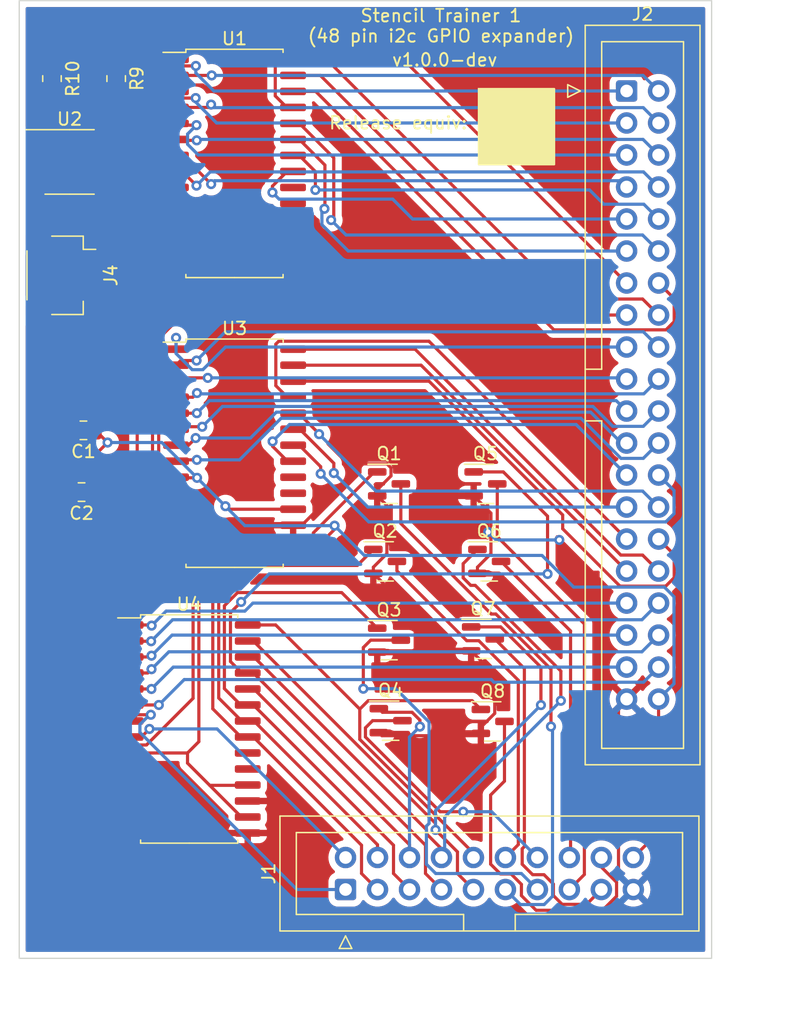
<source format=kicad_pcb>
(kicad_pcb (version 20211014) (generator pcbnew)

  (general
    (thickness 1.6)
  )

  (paper "A4")
  (title_block
    (title "Stencil Trainer 1 (48 pin i2c GPIO expander)")
    (date "2023-01-15")
    (rev "v1.0.0-dev")
  )

  (layers
    (0 "F.Cu" signal)
    (31 "B.Cu" signal)
    (32 "B.Adhes" user "B.Adhesive")
    (33 "F.Adhes" user "F.Adhesive")
    (34 "B.Paste" user)
    (35 "F.Paste" user)
    (36 "B.SilkS" user "B.Silkscreen")
    (37 "F.SilkS" user "F.Silkscreen")
    (38 "B.Mask" user)
    (39 "F.Mask" user)
    (40 "Dwgs.User" user "User.Drawings")
    (41 "Cmts.User" user "User.Comments")
    (42 "Eco1.User" user "User.Eco1")
    (43 "Eco2.User" user "User.Eco2")
    (44 "Edge.Cuts" user)
    (45 "Margin" user)
    (46 "B.CrtYd" user "B.Courtyard")
    (47 "F.CrtYd" user "F.Courtyard")
    (48 "B.Fab" user)
    (49 "F.Fab" user)
    (50 "User.1" user)
    (51 "User.2" user)
    (52 "User.3" user)
    (53 "User.4" user)
    (54 "User.5" user)
    (55 "User.6" user)
    (56 "User.7" user)
    (57 "User.8" user)
    (58 "User.9" user)
  )

  (setup
    (stackup
      (layer "F.SilkS" (type "Top Silk Screen"))
      (layer "F.Paste" (type "Top Solder Paste"))
      (layer "F.Mask" (type "Top Solder Mask") (thickness 0.01))
      (layer "F.Cu" (type "copper") (thickness 0.035))
      (layer "dielectric 1" (type "core") (thickness 1.51) (material "FR4") (epsilon_r 4.5) (loss_tangent 0.02))
      (layer "B.Cu" (type "copper") (thickness 0.035))
      (layer "B.Mask" (type "Bottom Solder Mask") (thickness 0.01))
      (layer "B.Paste" (type "Bottom Solder Paste"))
      (layer "B.SilkS" (type "Bottom Silk Screen"))
      (copper_finish "None")
      (dielectric_constraints no)
    )
    (pad_to_mask_clearance 0)
    (pcbplotparams
      (layerselection 0x00010fc_ffffffff)
      (disableapertmacros false)
      (usegerberextensions false)
      (usegerberattributes true)
      (usegerberadvancedattributes true)
      (creategerberjobfile true)
      (svguseinch false)
      (svgprecision 6)
      (excludeedgelayer true)
      (plotframeref false)
      (viasonmask false)
      (mode 1)
      (useauxorigin false)
      (hpglpennumber 1)
      (hpglpenspeed 20)
      (hpglpendiameter 15.000000)
      (dxfpolygonmode true)
      (dxfimperialunits true)
      (dxfusepcbnewfont true)
      (psnegative false)
      (psa4output false)
      (plotreference true)
      (plotvalue true)
      (plotinvisibletext false)
      (sketchpadsonfab false)
      (subtractmaskfromsilk false)
      (outputformat 1)
      (mirror false)
      (drillshape 0)
      (scaleselection 1)
      (outputdirectory "gerbers")
    )
  )

  (net 0 "")
  (net 1 "Net-(J4-Pad1)")
  (net 2 "Net-(J4-Pad2)")
  (net 3 "Net-(J4-Pad3)")
  (net 4 "GND")
  (net 5 "/IO_1")
  (net 6 "/IO_2")
  (net 7 "/IO_3")
  (net 8 "/IO_4")
  (net 9 "/IO_5")
  (net 10 "/IO_6")
  (net 11 "/IO_7")
  (net 12 "/IO_8")
  (net 13 "VCC")
  (net 14 "unconnected-(U1-Pad11)")
  (net 15 "/SCK")
  (net 16 "/SDA")
  (net 17 "unconnected-(U1-Pad14)")
  (net 18 "unconnected-(U1-Pad19)")
  (net 19 "unconnected-(U1-Pad20)")
  (net 20 "/IO_9")
  (net 21 "/IO_10")
  (net 22 "/IO_11")
  (net 23 "/IO_12")
  (net 24 "/IO_13")
  (net 25 "/IO_14")
  (net 26 "/IO_15")
  (net 27 "/IO_16")
  (net 28 "/IO_17")
  (net 29 "/IO_18")
  (net 30 "/IO_19")
  (net 31 "/IO_20")
  (net 32 "/IO_21")
  (net 33 "/IO_22")
  (net 34 "/IO_23")
  (net 35 "/IO_24")
  (net 36 "unconnected-(U3-Pad11)")
  (net 37 "unconnected-(U3-Pad14)")
  (net 38 "unconnected-(U3-Pad19)")
  (net 39 "unconnected-(U3-Pad20)")
  (net 40 "/IO_25")
  (net 41 "/IO_26")
  (net 42 "/IO_27")
  (net 43 "/IO_28")
  (net 44 "/IO_29")
  (net 45 "/IO_30")
  (net 46 "/IO_31")
  (net 47 "/IO_32")
  (net 48 "/IO_33")
  (net 49 "/IO_34")
  (net 50 "/IO_35")
  (net 51 "/IO_36")
  (net 52 "/IO_37")
  (net 53 "/IO_38")
  (net 54 "/IO_39")
  (net 55 "/IO_40")
  (net 56 "unconnected-(U4-Pad11)")
  (net 57 "unconnected-(U4-Pad14)")
  (net 58 "unconnected-(U4-Pad19)")
  (net 59 "unconnected-(U4-Pad20)")
  (net 60 "/IO_41")
  (net 61 "/IO_42")
  (net 62 "/IO_43")
  (net 63 "/IO_44")
  (net 64 "/IO_45")
  (net 65 "/IO_46")
  (net 66 "/IO_47")
  (net 67 "/IO_48")
  (net 68 "/IO_41_OC")
  (net 69 "/IO_43_OC")
  (net 70 "/IO_45_OC")
  (net 71 "/IO_47_OC")
  (net 72 "/IO_42_OC")
  (net 73 "/IO_44_OC")
  (net 74 "/IO_46_OC")
  (net 75 "/IO_48_OC")

  (footprint "Package_TO_SOT_SMD:SOT-23" (layer "F.Cu") (at 62.5025 154.14))

  (footprint "Capacitor_SMD:C_0805_2012Metric" (layer "F.Cu") (at 38.1 131.1 180))

  (footprint "Package_TO_SOT_SMD:SOT-23" (layer "F.Cu") (at 70.6075 154.2))

  (footprint "Package_TO_SOT_SMD:SOT-23" (layer "F.Cu") (at 62.065 141.5))

  (footprint "Package_TO_SOT_SMD:SOT-23" (layer "F.Cu") (at 62.375 147.75))

  (footprint "Package_SO:SOIC-28W_7.5x17.9mm_P1.27mm" (layer "F.Cu") (at 50.0975 109.92))

  (footprint "Resistor_SMD:R_0805_2012Metric" (layer "F.Cu") (at 40.7 103.1875 -90))

  (footprint "Resistor_SMD:R_0805_2012Metric" (layer "F.Cu") (at 35.6 103.1875 -90))

  (footprint "Package_SO:SO-8_3.9x4.9mm_P1.27mm" (layer "F.Cu") (at 37 109.8))

  (footprint "Package_TO_SOT_SMD:SOT-23" (layer "F.Cu") (at 70.035 135.35))

  (footprint "Package_SO:SOIC-28W_7.5x17.9mm_P1.27mm" (layer "F.Cu") (at 50.1075 132.915))

  (footprint "Package_TO_SOT_SMD:SOT-23" (layer "F.Cu") (at 70.335 141.5))

  (footprint "Connector_IDC:IDC-Header_2x20_P2.54mm_Vertical" (layer "F.Cu") (at 81.2475 104.17))

  (footprint "Package_TO_SOT_SMD:SOT-23" (layer "F.Cu") (at 69.835 147.65))

  (footprint "Connector_JST:JST_SH_SM04B-SRSS-TB_1x04-1MP_P1.00mm_Horizontal" (layer "F.Cu") (at 36.3 118.8 -90))

  (footprint "Package_TO_SOT_SMD:SOT-23" (layer "F.Cu") (at 62.375 135.35))

  (footprint "Package_SO:SOIC-28W_7.5x17.9mm_P1.27mm" (layer "F.Cu") (at 46.5 154.8))

  (footprint "Connector_IDC:IDC-Header_2x10_P2.54mm_Vertical" (layer "F.Cu") (at 58.92 167.54 90))

  (footprint "Capacitor_SMD:C_0805_2012Metric" (layer "F.Cu") (at 37.95 136 180))

  (gr_rect (start 69.5 104) (end 75.5 110) (layer "F.SilkS") (width 0.15) (fill solid) (tstamp 0929ceda-a80b-43bf-8078-478ecbde7a2d))
  (gr_rect (start 88 97) (end 33 173) (layer "Edge.Cuts") (width 0.1) (fill none) (tstamp 0cc2535e-8a02-4c75-961d-48271d454d3c))
  (gr_text "${REVISION}" (at 66.8 101.7) (layer "F.SilkS") (tstamp 23450071-b5a8-4c53-9d13-2f8054aa9989)
    (effects (font (size 1 1) (thickness 0.15)))
  )
  (gr_text "Stencil Trainer 1\n(48 pin i2c GPIO expander)" (at 66.5 99) (layer "F.SilkS") (tstamp 52f70420-32e4-4ddf-9051-0176e9e7b4a8)
    (effects (font (size 1 1) (thickness 0.15)))
  )
  (gr_text "Release equiv:" (at 63.1 106.7) (layer "F.SilkS") (tstamp 896a930b-dcd8-4827-b45e-b6c82d9d3b90)
    (effects (font (size 1 1) (thickness 0.15)))
  )

  (segment (start 35.8891 111.7567) (end 36.553 112.4206) (width 0.25) (layer "F.Cu") (net 1) (tstamp 24f94b95-a801-4b81-8dd2-df89618dc26f))
  (segment (start 34.7369 110.435) (end 35.8891 111.5872) (width 0.25) (layer "F.Cu") (net 1) (tstamp 2a9b5891-93bf-4645-8268-7198d1a030ed))
  (segment (start 36.553 112.8459) (end 38.3 114.5929) (width 0.25) (layer "F.Cu") (net 1) (tstamp 3be551e8-e0d2-4b63-ba7c-4b685d3e81fc))
  (segment (start 36.553 112.4206) (end 36.553 112.8459) (width 0.25) (layer "F.Cu") (net 1) (tstamp 45c3872e-3e62-49be-a5c5-d0483aca19cb))
  (segment (start 38.3 114.5929) (end 38.3 117.3) (width 0.25) (layer "F.Cu") (net 1) (tstamp 75956765-bdc1-43df-bad5-db0212ff6e8a))
  (segment (start 35.8891 111.5872) (end 35.8891 111.7567) (width 0.25) (layer "F.Cu") (net 1) (tstamp 7694e8ff-8a4d-475f-bed4-bf226d477e74))
  (segment (start 36.6476 117.1659) (end 36.6476 113.9276) (width 0.25) (layer "F.Cu") (net 2) (tstamp 0f4ad965-92bb-47a6-8811-c6521b35b540))
  (segment (start 36.6476 113.9276) (end 34.425 111.705) (width 0.25) (layer "F.Cu") (net 2) (tstamp 1cdbe857-b62a-4051-84ed-8c7380f55d78))
  (segment (start 37.7817 118.3) (end 36.6476 117.1659) (width 0.25) (layer "F.Cu") (net 2) (tstamp b33f44cf-1205-4896-89b6-c4b114b9d903))
  (segment (start 37.0033 111.4651) (end 37.0033 112.6593) (width 0.25) (layer "F.Cu") (net 3) (tstamp 34f92cc2-19c9-4971-b633-a10be58e7165))
  (segment (start 39.4396 118.7109) (end 38.8505 119.3) (width 0.25) (layer "F.Cu") (net 3) (tstamp 65f509a7-b33e-4919-8fef-4f9848af9715))
  (segment (start 34.7032 109.165) (end 37.0033 111.4651) (width 0.25) (layer "F.Cu") (net 3) (tstamp 724d1a6a-ba2c-42bf-979b-545e1245589e))
  (segment (start 37.0033 112.6593) (end 39.0206 114.6766) (width 0.25) (layer "F.Cu") (net 3) (tstamp abd5c69e-2a5d-441d-82f3-9d3836234da7))
  (segment (start 39.4396 114.6766) (end 39.4396 118.7109) (width 0.25) (layer "F.Cu") (net 3) (tstamp d76d68e1-08b5-4c20-9186-59eab346488b))
  (segment (start 39.0206 114.6766) (end 39.4396 114.6766) (width 0.25) (layer "F.Cu") (net 3) (tstamp ee5ed92e-911e-4d93-a375-75a5daa07240))
  (segment (start 80.6022 153.0753) (end 80.6022 166.3622) (width 0.25) (layer "F.Cu") (net 4) (tstamp 073c608a-21cc-4279-b008-8d8f79f57c41))
  (segment (start 54.7575 138.63) (end 54.7575 139.9) (width 0.25) (layer "F.Cu") (net 4) (tstamp 083857ef-eb5e-42a7-ba79-f47b8b72a0b9))
  (segment (start 61.81 155.335) (end 69.485 155.335) (width 0.25) (layer "F.Cu") (net 4) (tstamp 0bff5245-8e33-47e4-aece-353d2112bfd3))
  (segment (start 70.7722 150.4747) (end 70.7722 153.5603) (width 0.25) (layer "F.Cu") (net 4) (tstamp 0d883507-ebac-4037-a50b-7d048d2ec3c4))
  (segment (start 34.7334 107.895) (end 36.4648 109.6264) (width 0.25) (layer "F.Cu") (net 4) (tstamp 0f21fc58-01e3-4575-b74d-e50f718430ae))
  (segment (start 36.4648 110.2633) (end 37.4536 111.2521) (width 0.25) (layer "F.Cu") (net 4) (tstamp 12cc4578-d141-410b-9d69-022360f26a24))
  (segment (start 62.2052 140.8848) (end 61.1275 141.9625) (width 0.25) (layer "F.Cu") (net 4) (tstamp 14ab3fde-6381-4be3-be6b-366e33a75c20))
  (segment (start 78.9809 150.1634) (end 81.2475 152.43) (width 0.25) (layer "F.Cu") (net 4) (tstamp 1d31d0c7-dcbe-4474-aa83-471ba9311831))
  (segment (start 69.3975 141.9625) (end 69.3975 142.45) (width 0.25) (layer "F.Cu") (net 4) (tstamp 3f0f32a2-78cd-4b56-afbc-08e42140658d))
  (segment (start 37.4536 112.4727) (end 39.2072 114.2263) (width 0.25) (layer "F.Cu") (net 4) (tstamp 3f9d404a-2cec-435f-82c0-bf5cbc957840))
  (segment (start 39.7123 114.0944) (end 39.9088 114.291) (width 0.25) (layer "F.Cu") (net 4) (tstamp 3fd4e953-ab95-4a60-9ef8-533a7d88a9ad))
  (segment (start 69.0975 136.3) (end 70.4694 137.6719) (width 0.25) (layer "F.Cu") (net 4) (tstamp 483d36c9-12e5-4e82-9213-45a4b05a52d7))
  (segment (start 78.9809 142.3619) (end 78.4619 142.3619) (width 0.25) (layer "F.Cu") (net 4) (tstamp 4895e2e0-4ccf-4d65-9147-5f419eaafbea))
  (segment (start 54.7475 118.175) (end 52.4004 120.5221) (width 0.25) (layer "F.Cu") (net 4) (tstamp 4cbb93ce-7abb-4ddd-9e7f-daaf5dc60506))
  (segment (start 64.4524 145.7749) (end 61.1275 142.45) (width 0.25) (layer "F.Cu") (net 4) (tstamp 4e442e17-da33-4323-a10d-a528844e3e7b))
  (segment (start 70.7722 153.5603) (end 69.67 154.6625) (width 0.25) (layer "F.Cu") (net 4) (tstamp 51f856d3-5ba5-4d3e-a2cc-cc9504bec50a))
  (segment (start 61.1275 141.9625) (end 61.1275 142.45) (width 0.25) (layer "F.Cu") (net 4) (tstamp 53eaeae8-3599-4d0a-ad9b-15240857306b))
  (segment (start 78.9809 142.3619) (end 78.9809 150.1634) (width 0.25) (layer "F.Cu") (net 4) (tstamp 541f02e7-567c-4f87-8c79-c7bf313caad2))
  (segment (start 39.2072 114.2263) (end 39.5804 114.2263) (width 0.25) (layer "F.Cu") (net 4) (tstamp 56c76e19-1fa7-438c-964b-463d12563ae6))
  (segment (start 81.2475 152.43) (end 80.6022 153.0753) (width 0.25) (layer "F.Cu") (net 4) (tstamp 5f6c67d8-54a8-4067-93a5-eb1d35582b6f))
  (segment (start 54.7475 116.905) (end 54.7475 118.175) (width 0.25) (layer "F.Cu") (net 4) (tstamp 63ec38f4-60c2-42eb-bc25-f4bc488fd64c))
  (segment (start 61.565 155.09) (end 61.81 155.335) (width 0.25) (layer "F.Cu") (net 4) (tstamp 654f4ffe-1267-4bbe-9e49-dfe7a71c62ac))
  (segment (start 64.4524 148.6) (end 64.4524 145.7749) (width 0.25) (layer "F.Cu") (net 4) (tstamp 6673d2e4-fdf4-4638-b4b3-6984f812adac))
  (segment (start 62.5308 134.7192) (end 61.4375 135.8125) (width 0.25) (layer "F.Cu") (net 4) (tstamp 6e888b0a-a66a-4846-943e-55e86b6b0a1f))
  (segment (start 68.8975 148.6) (end 64.4524 148.6) (width 0.25) (layer "F.Cu") (net 4) (tstamp 8167fc6e-9a16-401e-a99d-6cf0b0ccd3dc))
  (segment (start 69.67 154.6625) (end 69.67 155.15) (width 0.25) (layer "F.Cu") (net 4) (tstamp 8b4b3d0e-7eb0-4255-af43-0fbb6aca7c9c))
  (segment (start 62.5308 134.0768) (end 62.5308 134.7192) (width 0.25) (layer "F.Cu") (net 4) (tstamp 8ba817f1-3dce-4958-8eb2-e47ccbf0198d))
  (segment (start 70.4694 140.8906) (end 69.3975 141.9625) (width 0.25) (layer "F.Cu") (net 4) (tstamp 8e6d29c2-a20c-42ef-bea9-a28e7800ab06))
  (segment (start 39.5804 114.2263) (end 39.7123 114.0944) (width 0.25) (layer "F.Cu") (net 4) (tstamp 9150bd95-808d-45f0-8b3f-bb811477a659))
  (segment (start 80.6022 166.3622) (end 81.78 167.54) (width 0.25) (layer "F.Cu") (net 4) (tstamp 977262b1-109b-46af-85c0-608fd5184736))
  (segment (start 62.2052 137.0677) (end 62.2052 140.8848) (width 0.25) (layer "F.Cu") (net 4) (tstamp 996e1ccf-7367-488b-87ca-691a0ab7d74c))
  (segment (start 68.8975 148.6) (end 70.7722 150.4747) (width 0.25) (layer "F.Cu") (net 4) (tstamp b804e13c-4517-4610-986c-91c2723a788c))
  (segment (start 61.4375 135.8125) (end 61.4375 136.3) (width 0.25) (layer "F.Cu") (net 4) (tstamp c608458a-c0ea-480e-a88f-ec442c653522))
  (segment (start 55.4473 138.63) (end 60.3164 133.7609) (width 0.25) (layer "F.Cu") (net 4) (tstamp c76c9c28-07ec-4762-bad4-9f6bd47219f3))
  (segment (start 70.4694 137.6719) (end 70.4694 140.8906) (width 0.25) (layer "F.Cu") (net 4) (tstamp cccf1715-7ba1-4030-89d2-27b91d8d3ae3))
  (segment (start 36.4648 109.6264) (end 36.4648 110.2633) (width 0.25) (layer "F.Cu") (net 4) (tstamp d8d3bcc7-b9c3-4e8b-9f7e-27dfeb9bc05d))
  (segment (start 37.4536 111.2521) (end 37.4536 112.4727) (width 0.25) (layer "F.Cu") (net 4) (tstamp db76996b-5d85-489c-8038-864486ca0fd6))
  (segment (start 39.9088 119.1695) (end 38.7783 120.3) (width 0.25) (layer "F.Cu") (net 4) (tstamp ddba3142-3ccb-4bce-8e9c-2956710cd281))
  (segment (start 62.2149 133.7609) (end 60.3164 133.7609) (width 0.25) (layer "F.Cu") (net 4) (tstamp df4445fb-b9cf-4d9a-825e-cf88a575d85c))
  (segment (start 39.9088 114.291) (end 39.9088 119.1695) (width 0.25) (layer "F.Cu") (net 4) (tstamp df540218-a567-4430-9985-e68fa79942bc))
  (segment (start 54.7475 115.635) (end 54.7475 116.905) (width 0.25) (layer "F.Cu") (net 4) (tstamp eb04a9ad-128a-4457-87ce-8bffca5c2bc4))
  (segment (start 78.4619 142.3619) (end 75.9 139.8) (width 0.25) (layer "F.Cu") (net 4) (tstamp f60d47d1-e197-41d2-b910-ff111da4f27d))
  (segment (start 61.4375 136.3) (end 62.2052 137.0677) (width 0.25) (layer "F.Cu") (net 4) (tstamp fa72302c-8f26-4c3f-bf09-3b1533d947b4))
  (segment (start 69.485 155.335) (end 69.67 155.15) (width 0.25) (layer "F.Cu") (net 4) (tstamp fc1588a7-35b7-4604-89cf-4e46d4215254))
  (segment (start 62.2149 133.7609) (end 62.5308 134.0768) (width 0.25) (layer "F.Cu") (net 4) (tstamp fcf2b9a6-a3b4-4e93-a85f-62f84d957d33))
  (segment (start 64.4524 148.6) (end 61.5375 148.6) (width 0.25) (layer "F.Cu") (net 4) (tstamp fdd11a8b-9ca1-42a5-9360-c6d64e62bae5))
  (via (at 75.9 139.8) (size 0.8) (drill 0.4) (layers "F.Cu" "B.Cu") (net 4) (tstamp a818946a-bae8-4c6f-a9b0-2b9600af4b36))
  (via (at 70.248 139.1694) (size 0.8) (drill 0.4) (layers "F.Cu" "B.Cu") (net 4) (tstamp ec090362-a869-4897-af8e-1b58ed074342))
  (segment (start 75.9 139.8) (end 70.8786 139.8) (width 0.25) (layer "B.Cu") (net 4) (tstamp 6a93612d-84da-4ad2-9aa7-a0329b53b40c))
  (segment (start 70.8786 139.8) (end 70.248 139.1694) (width 0.25) (layer "B.Cu") (net 4) (tstamp e7134c73-3657-49f6-9b3e-71aa35152f80))
  (segment (start 45.9634 102.1809) (end 47.0288 102.1809) (width 0.25) (layer "F.Cu") (net 5) (tstamp 2408d21b-cfa7-41a6-a7ba-d31a12871aec))
  (segment (start 45.4475 101.665) (end 45.9634 102.1809) (width 0.25) (layer "F.Cu") (net 5) (tstamp e0fcd51e-2fe5-4482-ad64-9ab00a10bc95))
  (via (at 47.0288 102.1809) (size 0.8) (drill 0.4) (layers "F.Cu" "B.Cu") (net 5) (tstamp ac2cbd0c-f8ae-43c1-b150-cc1c33bc2325))
  (segment (start 48.4589 104.17) (end 47.0288 102.7399) (width 0.25) (layer "B.Cu") (net 5) (tstamp 0937ac4d-be6c-40aa-a717-2b222756d9d6))
  (segment (start 81.2475 104.17) (end 48.4589 104.17) (width 0.25) (layer "B.Cu") (net 5) (tstamp 1266fa55-e68e-4c18-8b88-dad5e9c1591f))
  (segment (start 47.0288 102.7399) (end 47.0288 102.1809) (width 0.25) (layer "B.Cu") (net 5) (tstamp ce6491ce-f4e8-41cd-bb22-3d94e66b5ab7))
  (segment (start 48.2877 102.935) (end 45.4475 102.935) (width 0.25) (layer "F.Cu") (net 6) (tstamp e9a17e69-e9ae-4f0d-a4c2-5e6a609433ee))
  (via (at 48.2877 102.935) (size 0.8) (drill 0.4) (layers "F.Cu" "B.Cu") (net 6) (tstamp f3a2219b-c8d4-4520-a08d-7df444be2454))
  (segment (start 83.7875 104.17) (end 82.5525 102.935) (width 0.25) (layer "B.Cu") (net 6) (tstamp 3ba121b8-4708-4add-b5ea-309abd0d4b12))
  (segment (start 82.5525 102.935) (end 48.2877 102.935) (width 0.25) (layer "B.Cu") (net 6) (tstamp 6155665e-efc6-4a41-bbf4-5825a28cde65))
  (segment (start 45.4475 104.205) (end 45.9738 104.7313) (width 0.25) (layer "F.Cu") (net 7) (tstamp 2272e5b4-8bd6-4cee-91e4-e44ff1fcfe91))
  (segment (start 45.9738 104.7313) (end 47.0136 104.7313) (width 0.25) (layer "F.Cu") (net 7) (tstamp f64df7ed-28e4-4faa-9e4d-259bf73a2513))
  (via (at 47.0136 104.7313) (size 0.8) (drill 0.4) (layers "F.Cu" "B.Cu") (net 7) (tstamp 3c859a52-6191-41e4-8f27-b1fb643ceda4))
  (segment (start 47.0136 105.047) (end 47.0136 104.7313) (width 0.25) (layer "B.Cu") (net 7) (tstamp 485893cc-2822-4ec3-9ff2-5cd3ba8b1aa6))
  (segment (start 48.6766 106.71) (end 47.0136 105.047) (width 0.25) (layer "B.Cu") (net 7) (tstamp c047e0ac-014e-453e-b520-a316600161b4))
  (segment (start 81.2475 106.71) (end 48.6766 106.71) (width 0.25) (layer "B.Cu") (net 7) (tstamp c9407bfb-8e89-47f9-87c2-0d425738944d))
  (segment (start 48.0123 105.475) (end 45.4475 105.475) (width 0.25) (layer "F.Cu") (net 8) (tstamp 3300aefe-8c75-448e-abc6-55b4c7590ece))
  (segment (start 48.2398 105.2475) (end 48.0123 105.475) (width 0.25) (layer "F.Cu") (net 8) (tstamp af47837f-a741-4371-a22a-a7f87c6e1fca))
  (via (at 48.2398 105.2475) (size 0.8) (drill 0.4) (layers "F.Cu" "B.Cu") (net 8) (tstamp 1e11308d-1204-4ad5-bb62-fd865e53e07b))
  (segment (start 83.7875 106.71) (end 82.5708 105.4933) (width 0.25) (layer "B.Cu") (net 8) (tstamp 466b1bf6-3c03-4587-be54-9f06209f5223))
  (segment (start 82.5708 105.4933) (end 48.4856 105.4933) (width 0.25) (layer "B.Cu") (net 8) (tstamp 915c5104-92e5-43b3-b238-0aad40639c08))
  (segment (start 48.4856 105.4933) (end 48.2398 105.2475) (width 0.25) (layer "B.Cu") (net 8) (tstamp e89a5337-20e0-4aa9-9cda-85f732eec350))
  (segment (start 47.0784 106.8801) (end 45.5826 106.8801) (width 0.25) (layer "F.Cu") (net 9) (tstamp a6efb266-0497-4fc8-b802-31758fc8df1d))
  (via (at 47.0784 106.8801) (size 0.8) (drill 0.4) (layers "F.Cu" "B.Cu") (net 9) (tstamp d8b898b5-5833-4954-a8cb-a9742809082c))
  (segment (start 46.3725 108.399) (end 46.3725 107.586) (width 0.25) (layer "B.Cu") (net 9) (tstamp 0bc1d441-207b-4235-b779-2895d4825203))
  (segment (start 47.2235 109.25) (end 46.3725 108.399) (width 0.25) (layer "B.Cu") (net 9) (tstamp 7c3c5d66-e14e-458f-b0bc-c6441f34b2f6))
  (segment (start 81.2475 109.25) (end 47.2235 109.25) (width 0.25) (layer "B.Cu") (net 9) (tstamp a9f169f0-1c9a-4104-9bd1-5e5e794a443e))
  (segment (start 46.3725 107.586) (end 47.0784 106.8801) (width 0.25) (layer "B.Cu") (net 9) (tstamp b525d7af-4387-4100-9065-c8efe9de6a40))
  (segment (start 47.0979 108.0884) (end 45.5209 108.0884) (width 0.25) (layer "F.Cu") (net 10) (tstamp f732bf83-dbec-4c74-a567-6acd7b831cea))
  (via (at 47.0979 108.0884) (size 0.8) (drill 0.4) (layers "F.Cu" "B.Cu") (net 10) (tstamp a536c932-4083-427c-8ddc-5bf42d9c66b7))
  (segment (start 82.5502 108.0127) (end 47.1736 108.0127) (width 0.25) (layer "B.Cu") (net 10) (tstamp 11d564e9-5ce3-4b03-8b6d-1d8ce282cef0))
  (segment (start 83.7875 109.25) (end 82.5502 108.0127) (width 0.25) (layer "B.Cu") (net 10) (tstamp 6fa96ec5-5240-4c6d-be6f-e6708d19fca9))
  (segment (start 47.1736 108.0127) (end 47.0979 108.0884) (width 0.25) (layer "B.Cu") (net 10) (tstamp fce89c7c-c298-4d3f-8a29-1d3ec21f4227))
  (segment (start 45.9696 109.285) (end 48.245 111.5604) (width 0.25) (layer "F.Cu") (net 11) (tstamp a205481a-3683-4cec-b04f-b3bf2be91c74))
  (via (at 48.245 111.5604) (size 0.8) (drill 0.4) (layers "F.Cu" "B.Cu") (net 11) (tstamp eca1a909-ce54-4bfd-b65a-700a6039c3ab))
  (segment (start 80.7485 111.291) (end 48.5144 111.291) (width 0.25) (layer "B.Cu") (net 11) (tstamp 1b066459-f2ef-49a9-a33f-1c98411a3adb))
  (segment (start 48.5144 111.291) (end 48.245 111.5604) (width 0.25) (layer "B.Cu") (net 11) (tstamp f17b6181-7272-4fba-b114-0e48c6f4bb05))
  (segment (start 47.0813 111.6809) (end 45.9554 110.555) (width 0.25) (layer "F.Cu") (net 12) (tstamp 13abb24b-7e42-46d5-b2c8-978c96d336a9))
  (via (at 47.0813 111.6809) (size 0.8) (drill 0.4) (layers "F.Cu" "B.Cu") (net 12) (tstamp 9fa9f92a-cd54-47cf-8d71-c98d379a1336))
  (segment (start 83.7875 111.79) (end 82.5901 110.5926) (width 0.25) (layer "B.Cu") (net 12) (tstamp 3a59dce8-5c4f-454e-9b8a-dd803101b6ab))
  (segment (start 48.1696 110.5926) (end 47.0813 111.6809) (width 0.25) (layer "B.Cu") (net 12) (tstamp cdd025d3-0455-4ec5-a2f3-3c6863822e4d))
  (segment (start 82.5901 110.5926) (end 48.1696 110.5926) (width 0.25) (layer "B.Cu") (net 12) (tstamp f03170fa-32d2-441c-80ca-89a47c35bb48))
  (segment (start 44.0788 123.8221) (end 47.3 120.6009) (width 0.25) (layer "F.Cu") (net 13) (tstamp 1ce874ba-0807-4224-97cc-525f101e74af))
  (segment (start 43.0146 104.887) (end 43.0146 109.8394) (width 0.25) (layer "F.Cu") (net 13) (tstamp 20d83155-d8ff-41d1-84de-5cc5becd651c))
  (segment (start 46.3679 156.705) (end 46.3679 157.5095) (width 0.25) (layer "F.Cu") (net 13) (tstamp 247b2dbe-ba49-47cf-a54e-86342441727e))
  (segment (start 35.6 102.275) (end 38.45 102.275) (width 0.25) (layer "F.Cu") (net 13) (tstamp 351f0def-f461-4e16-b278-4062e9f4b5c2))
  (segment (start 83.7875 162.9925) (end 83.7875 152.43) (width 0.25) (layer "F.Cu") (net 13) (tstamp 36c02418-363d-4034-8b71-eb29ca46461f))
  (segment (start 39.575 103.4) (end 40.5513 102.4237) (width 0.25) (layer "F.Cu") (net 13) (tstamp 46135ced-db74-47ac-bccc-a1d3891bd946))
  (segment (start 40.017 132.067) (end 38.9 133.184) (width 0.25) (layer "F.Cu") (net 13) (tstamp 475add7f-9fdd-4cae-aa03-b7c184443260))
  (segment (start 55.8344 141.17) (end 58.0488 138.9556) (width 0.25) (layer "F.Cu") (net 13) (tstamp 4bba8040-6044-451c-81b8-5e0c35d6c5ba))
  (segment (start 44.0785 113.4676) (end 44.0785 112.7467) (width 0.25) (layer "F.Cu") (net 13) (tstamp 52290fd7-1867-42be-a0d4-e49c9446d875))
  (segment (start 38.9 133.184) (end 38.9 136) (width 0.25) (layer "F.Cu") (net 13) (tstamp 52c980fa-b4d5-401b-acc2-20229cee2376))
  (segment (start 51.15 159.245) (end 51.1242 159.2708) (width 0.25) (layer "F.Cu") (net 13) (tstamp 575bb336-a718-4c15-a834-0bd7b79b3035))
  (segment (start 46.5725 136.725) (end 47.2685 137.421) (width 0.25) (layer "F.Cu") (net 13) (tstamp 6fc220e3-fc74-4dbc-ac87-c6493f4e899c))
  (segment (start 49.3778 137.1222) (end 49.6156 137.36) (width 0.25) (layer "F.Cu") (net 13) (tstamp 73d41679-7dc9-4cb4-9e94-bf0766f72d18))
  (segment (start 39.05 131.1) (end 40.017 132.067) (width 0.25) (layer "F.Cu") (net 13) (tstamp 77ceee45-1011-4cd8-9d62-79a4bc6b55a2))
  (segment (start 43.0146 109.8394) (end 45.0002 111.825) (width 0.25) (layer "F.Cu") (net 13) (tstamp 7821201e-7d0c-43d1-9316-31b00b226a02))
  (segment (start 49.6156 137.36) (end 54.7575 137.36) (width 0.25) (layer "F.Cu") (net 13) (tstamp 7cac0653-ed5f-4673-9649-8383da038a7f))
  (segment (start 46.3679 156.705) (end 41.85 156.705) (width 0.25) (layer "F.Cu") (net 13) (tstamp 81291b4b-7ab5-4da7-bab6-45be5064fd52))
  (segment (start 44.0788 135.6891) (end 44.0788 136.42) (width 0.25) (layer "F.Cu") (net 13) (tstamp 82210ac0-cd69-471e-84a0-1c48d08682ab))
  (segment (start 47.3 120.6009) (end 47.3 114.5151) (width 0.25) (layer "F.Cu") (net 13) (tstamp 87f33f80-ab14-45f9-837c-44a6ca2bafc3))
  (segment (start 54.7575 141.17) (end 55.8344 141.17) (width 0.25) (layer "F.Cu") (net 13) (tstamp 8b33c8fd-4ca5-4c6a-9988-c40073896c11))
  (segment (start 47.1243 134.8687) (end 45.5062 134.8687) (width 0.25) (layer "F.Cu") (net 13) (tstamp 9556f321-788a-444e-8e7a-28758b56badb))
  (segment (start 39.575 107.895) (end 39.575 103.4) (width 0.25) (layer "F.Cu") (net 13) (tstamp 9758f6ca-4a9e-41e0-8cf8-9162bc8ffe42))
  (segment (start 46.5149 113.73) (end 44.3409 113.73) (width 0.25) (layer "F.Cu") (net 13) (tstamp a22b908b-11c9-41e0-8117-92c7adbcb825))
  (segment (start 46.3679 157.5095) (end 48.1292 159.2708) (width 0.25) (layer "F.Cu") (net 13) (tstamp a5d03f9b-0eca-425d-ab7f-04b339d508bd))
  (segment (start 40.5513 102.4237) (end 43.0146 104.887) (width 0.25) (layer "F.Cu") (net 13) (tstamp af9d4f63-d1a0-41cb-abad-0b84da0447c1))
  (segment (start 81.78 165) (end 83.7875 162.9925) (width 0.25) (layer "F.Cu") (net 13) (tstamp b5a3214f-fb5e-4422-b910-86d06e0f9daa))
  (segment (start 44.3838 136.725) (end 46.5725 136.725) (width 0.25) (layer "F.Cu") (net 13) (tstamp bd00bbdd-ce05-4b02-bfdc-1885bd272901))
  (segment (start 54.5974 114.5151) (end 54.7475 114.365) (width 0.25) (layer "F.Cu") (net 13) (tstamp c1e815b8-c139-45d5-a39b-2200d036fa7e))
  (segment (start 44.9479 134.82) (end 44.0788 133.9509) (width 0.25) (layer "F.Cu") (net 13) (tstamp d04e8992-3802-4234-aeb3-53efd8bd93c6))
  (segment (start 47.3 114.5151) (end 54.5974 114.5151) (width 0.25) (layer "F.Cu") (net 13) (tstamp d0f7a600-000f-44cd-bfba-7dd3639110b9))
  (segment (start 44.0788 136.42) (end 44.3838 136.725) (width 0.25) (layer "F.Cu") (net 13) (tstamp d4c79f35-40c6-4b89-b2a8-2e348872a0d5))
  (segment (start 47.3 114.5151) (end 46.5149 113.73) (width 0.25) (layer "F.Cu") (net 13) (tstamp d74f27f9-df9c-4924-a39e-438ad7e8c52b))
  (segment (start 38.45 102.275) (end 39.575 103.4) (width 0.25) (layer "F.Cu") (net 13) (tstamp dce7a1d3-0b11-4f2d-946c-37cc34e417a9))
  (segment (start 44.0785 112.7467) (end 45.0002 111.825) (width 0.25) (layer "F.Cu") (net 13) (tstamp e16d0586-9354-4c8e-b7de-5a292183c3a1))
  (segment (start 48.1292 159.2708) (end 50.6434 161.785) (width 0.25) (layer "F.Cu") (net 13) (tstamp e58bc560-48d8-4070-a35b-decf39964488))
  (segment (start 44.9479 134.82) (end 44.0788 135.6891) (width 0.25) (layer "F.Cu") (net 13) (tstamp ebd17bfa-1b9d-4a04-9f90-c5558fc1f531))
  (segment (start 51.1242 159.2708) (end 48.1292 159.2708) (width 0.25) (layer "F.Cu") (net 13) (tstamp ed5d835c-855f-4809-a620-1eacbec43a54))
  (segment (start 47.2685 137.421) (end 47.2685 155.8044) (width 0.25) (layer "F.Cu") (net 13) (tstamp f545ff5f-1d8f-4ad2-b9ed-3e47fa223b60))
  (segment (start 58.0488 138.9556) (end 58.0488 138.6658) (width 0.25) (layer "F.Cu") (net 13) (tstamp f810a7b9-aaac-4323-9dce-7a409a5cb006))
  (segment (start 44.0788 133.9509) (end 44.0788 123.8221) (width 0.25) (layer "F.Cu") (net 13) (tstamp f96ea74a-4008-4e9d-bdd0-bfd6e5d65a4f))
  (segment (start 39.575 109.165) (end 39.575 107.895) (width 0.25) (layer "F.Cu") (net 13) (tstamp fb33fb1d-c18a-4eb3-9a68-ceca992799c0))
  (segment (start 44.3409 113.73) (end 44.0785 113.4676) (width 0.25) (layer "F.Cu") (net 13) (tstamp fbe951b2-db1b-46f5-ad7b-76e47b850e56))
  (segment (start 47.2685 155.8044) (end 46.3679 156.705) (width 0.25) (layer "F.Cu") (net 13) (tstamp fd3f6230-78b0-45ea-9da5-8011684aa59e))
  (via (at 58.0488 138.6658) (size 0.8) (drill 0.4) (layers "F.Cu" "B.Cu") (net 13) (tstamp 12850e84-bc1d-4bbe-b045-00d437614d98))
  (via (at 47.1243 134.8687) (size 0.8) (drill 0.4) (layers "F.Cu" "B.Cu") (net 13) (tstamp 213a45bc-39b1-42bc-a005-bbc3714fa541))
  (via (at 40.017 132.067) (size 0.8) (drill 0.4) (layers "F.Cu" "B.Cu") (net 13) (tstamp 7eb3166d-f587-46f2-990f-ba776d5692aa))
  (via (at 49.3778 137.1222) (size 0.8) (drill 0.4) (layers "F.Cu" "B.Cu") (net 13) (tstamp f551dff7-4d51-4d73-9537-7e289256ca40))
  (segment (start 84.2449 143.54) (end 85.0111 144.3062) (width 0.25) (layer "B.Cu") (net 13) (tstamp 065a9a6a-8228-491a-a39d-4d4fa63b6306))
  (segment (start 47.1243 134.8687) (end 44.3226 132.067) (width 0.25) (layer "B.Cu") (net 13) (tstamp 0e78737f-acc2-4d3c-bdd4-09e103075276))
  (segment (start 49.3778 137.1222) (end 50.9214 138.6658) (width 0.25) (layer "B.Cu") (net 13) (tstamp 390293b2-67f4-4109-a5f1-15c3959cd57d))
  (segment (start 77.0384 143.54) (end 84.2449 143.54) (width 0.25) (layer "B.Cu") (net 13) (tstamp 39a38e28-41f0-42f1-aed3-351fe4f3b1cf))
  (segment (start 44.3226 132.067) (end 40.017 132.067) (width 0.25) (layer "B.Cu") (net 13) (tstamp 3a8ec124-4d3f-4745-a05b-906b003013fa))
  (segment (start 50.9214 138.6658) (end 58.0488 138.6658) (width 0.25) (layer "B.Cu") (net 13) (tstamp 45a72564-527f-4f3b-94a3-31eebbe3b10c))
  (segment (start 74.5235 141.0251) (end 77.0384 143.54) (width 0.25) (layer "B.Cu") (net 13) (tstamp 61a752d4-2024-4e2c-86d1-afe4fcf4f48c))
  (segment (start 85.0111 151.2064) (end 83.7875 152.43) (width 0.25) (layer "B.Cu") (net 13) (tstamp 72b29914-e30c-42cc-9ff3-728775263db7))
  (segment (start 58.0488 138.6658) (end 60.4081 141.0251) (width 0.25) (layer "B.Cu") (net 13) (tstamp 808ae963-ec9b-4c16-8873-3da6331b967c))
  (segment (start 85.0111 144.3062) (end 85.0111 151.2064) (width 0.25) (layer "B.Cu") (net 13) (tstamp 8a23b0e1-f0b6-4544-a57e-11bc95df8efa))
  (segment (start 60.4081 141.0251) (end 74.5235 141.0251) (width 0.25) (layer "B.Cu") (net 13) (tstamp ac15620b-1e64-467e-8411-fdcb37e0db4d))
  (segment (start 47.1243 134.8687) (end 49.3778 137.1222) (width 0.25) (layer "B.Cu") (net 13) (tstamp e53d3eec-2c8c-4994-b1ea-dfee8da462f3))
  (segment (start 44.9761 138.63) (end 43.5874 137.2413) (width 0.25) (layer "F.Cu") (net 15) (tstamp 04385199-a38e-4e86-9f40-6bd2b5b731a9))
  (segment (start 43.5874 116.1151) (end 42.8201 116.1151) (width 0.25) (layer "F.Cu") (net 15) (tstamp 04bf8e68-e2c3-43a3-be1a-b2425d413b8f))
  (segment (start 37.904 109.7525) (end 38.3543 110.2028) (width 0.25) (layer "F.Cu") (net 15) (tstamp 141eebdf-f219-4866-9e2b-80e9b7ba0068))
  (segment (start 41.3077 160.515) (end 40.4972 159.7045) (width 0.25) (layer "F.Cu") (net 15) (tstamp 1c972e7d-8f62-4401-af65-27e6a7c2863f))
  (segment (start 45.4475 115.635) (end 44.9674 116.1151) (width 0.25) (layer "F.Cu") (net 15) (tstamp 28357f28-5a98-4c8d-9cbc-638487efe32e))
  (segment (start 38.3543 110.435) (end 39.575 110.435) (width 0.25) (layer "F.Cu") (net 15) (tstamp 2bb5be39-c0b2-4205-8d8b-6e21e0585534))
  (segment (start 36.9939 105.4939) (end 36.8621 105.6257) (width 0.25) (layer "F.Cu") (net 15) (tstamp 30d6bfab-2293-4d30-9673-8f1231b2006b))
  (segment (start 44.9674 116.1151) (end 43.5874 116.1151) (width 0.25) (layer "F.Cu") (net 15) (tstamp 3843e18f-a666-4c8d-9ab8-6f85f1c02f6b))
  (segment (start 36.8621 105.9989) (end 37.904 107.0408) (width 0.25) (layer "F.Cu") (net 15) (tstamp 581ad6f1-f2f6-42af-a603-1627de8aabe3))
  (segment (start 40.058 113.1664) (end 39.4211 113.1664) (width 0.25) (layer "F.Cu") (net 15) (tstamp 6bdd4b28-d4d0-430b-840d-bcdba21f69c9))
  (segment (start 37.904 107.0408) (end 37.904 109.7525) (width 0.25) (layer "F.Cu") (net 15) (tstamp 6d002f22-9753-469e-9947-97ffecbc1a8e))
  (segment (start 40.4972 159.7045) (end 40.4972 156.3041) (width 0.25) (layer "F.Cu") (net 15) (tstamp 796e2eba-bde1-43a1-bba3-c665d7a78f5b))
  (segment (start 42.8201 115.9285) (end 40.058 113.1664) (width 0.25) (layer "F.Cu") (net 15) (tstamp 89c32c60-8cb8-47ce-9851-0218e5c73d31))
  (segment (start 36.8621 105.6257) (end 36.8621 105.9989) (width 0.25) (layer "F.Cu") (net 15) (tstamp 8b2ee974-068b-4ffe-8e6c-f7e7816605a5))
  (segment (start 39.4211 113.1664) (end 38.3543 112.0996) (width 0.25) (layer "F.Cu") (net 15) (tstamp 8c643a33-ee12-41ce-8af0-3142888abdc5))
  (segment (start 40.7313 156.07) (end 43.106 156.07) (width 0.25) (layer "F.Cu") (net 15) (tstamp 9a764713-4f3c-45b3-8a76-3b4625076e23))
  (segment (start 42.8201 116.1151) (end 42.8201 115.9285) (width 0.25) (layer "F.Cu") (net 15) (tstamp a28238b8-3019-4886-b9a2-6bcff295f4ef))
  (segment (start 40.4972 156.3041) (end 40.7313 156.07) (width 0.25) (layer "F.Cu") (net 15) (tstamp b55538d5-7232-41d7-bd83-2dc7ac0b0dc9))
  (segment (start 38.3543 110.2028) (end 38.3543 110.435) (width 0.25) (layer "F.Cu") (net 15) (tstamp bb433400-7f79-4a1f-b631-c41f4d686d46))
  (segment (start 43.5874 137.2413) (end 43.5874 116.1151) (width 0.25) (layer "F.Cu") (net 15) (tstamp da5ea66f-e559-4055-a543-eee0c66ee65e))
  (segment (start 46.8085 139.539) (end 45.8995 138.63) (width 0.25) (layer "F.Cu") (net 15) (tstamp db5cbfb9-ba43-4952-afdd-36cb5de36a90))
  (segment (start 35.6 104.1) (end 36.9939 105.4939) (width 0.25) (layer "F.Cu") (net 15) (tstamp dd872e0c-20ef-445e-8cc0-b5fada255a09))
  (segment (start 43.106 156.07) (end 46.8085 152.3675) (width 0.25) (layer "F.Cu") (net 15) (tstamp dee49950-08f7-4871-875b-85ed7cee427d))
  (segment (start 46.8085 152.3675) (end 46.8085 139.539) (width 0.25) (layer "F.Cu") (net 15) (tstamp e79f3d81-2aff-426f-b127-3fd53451cc8d))
  (segment (start 38.3543 112.0996) (end 38.3543 110.435) (width 0.25) (layer "F.Cu") (net 15) (tstamp ea0f17f2-4c46-40ad-8480-fdd7f53f1a54))
  (segment (start 40.8122 109.8) (end 40.8122 111.4806) (width 0.25) (layer "F.Cu") (net 16) (tstamp 02f35903-96fc-4a62-bf98-02099c06d7d6))
  (segment (start 46.7985 116.0267) (end 45.9202 116.905) (width 0.25) (layer "F.Cu") (net 16) (tstamp 170580b1-38ab-49f5-966a-fe8a04e28673))
  (segment (start 44.3316 115) (end 46.5798 115) (width 0.25) (layer "F.Cu") (net 16) (tstamp 2463027a-0983-46ed-a124-c34b1a307750))
  (segment (start 34.9243 103.1875) (end 36.2212 103.1875) (width 0.25) (layer "F.Cu") (net 16) (tstamp 290e42e6-99b6-47d7-b166-e20b4af79924))
  (segment (start 36.2212 103.1875) (end 38.3543 105.3206) (width 0.25) (layer "F.Cu") (net 16) (tstamp 2e4608b9-6ecf-477a-943c-f27d32eabef6))
  (segment (start 46.5798 115) (end 46.7985 115.2187) (width 0.25) (layer "F.Cu") (net 16) (tstamp 34d9cd9d-ecd9-49f8-897e-eb31470c7eea))
  (segment (start 39.575 111.705) (end 40.5878 111.705) (width 0.25) (layer "F.Cu") (net 16) (tstamp 4079e552-33f8-49a5-9699-55b96bb3335c))
  (segment (start 42.3698 141.0889) (end 43.5587 139.9) (width 0.25) (layer "F.Cu") (net 16) (tstamp 47df3ef0-3f2f-48f9-80aa-5b627519d31b))
  (segment (start 42.3698 116.1151) (end 39.8716 113.6169) (width 0.25) (layer "F.Cu") (net 16) (tstamp 545f045c-2062-4a6a-a48c-b2792f34d50d))
  (segment (start 40.0469 143.4118) (end 42.3698 141.0889) (width 0.25) (layer "F.Cu") (net 16) (tstamp 5f5d410e-8c09-495c-8b27-ff6ef5d72953))
  (segment (start 46.7985 115.2187) (end 46.7985 116.0267) (width 0.25) (layer "F.Cu") (net 16) (tstamp 67042b7c-cbf6-49c0-9d8c-4650e27594e1))
  (segment (start 38.3543 109.5659) (end 38.5884 109.8) (width 0.25) (layer "F.Cu") (net 16) (tstamp 8551d5d6-bf57-4f49-a011-cd62e907c6ee))
  (segment (start 38.3543 105.3206) (end 38.3543 109.5659) (width 0.25) (layer "F.Cu") (net 16) (tstamp 860e7c3e-b741-4a8b-8859-5554638bb5d1))
  (segment (start 42.3698 141.0889) (end 42.3698 116.1151) (width 0.25) (layer "F.Cu") (net 16) (tstamp 8650ed75-3d9d-4d65-b8ec-fc30d3c1de9c))
  (segment (start 40.8122 111.4806) (end 44.3316 115) (width 0.25) (layer "F.Cu") (net 16) (tstamp 8669299e-7e76-4204-9a99-fb6b700664ce))
  (segment (start 37.4537 107.5937) (end 34.5634 104.7034) (width 0.25) (layer "F.Cu") (net 16) (tstamp 8de4355a-f1d2-4b8b-a396-d2e759b3d140))
  (segment (start 37.9039 112.2861) (end 37.9039 110.3893) (width 0.25) (layer "F.Cu") (net 16) (tstamp 9568d34b-fe05-4bda-a274-369935fcde92))
  (segment (start 40.5878 111.705) (end 40.8122 111.4806) (width 0.25) (layer "F.Cu") (net 16) (tstamp 978bcb08-fbcd-46a4-a1f7-4d70c4c7d502))
  (segment (start 43.5587 139.9) (end 45.4575 139.9) (width 0.25) (layer "F.Cu") (net 16) (tstamp 9e45c491-3521-421e-8365-6a68a170169e))
  (segment (start 41.3433 161.785) (end 40.0469 160.4886) (width 0.25) (layer "F.Cu") (net 16) (tstamp a6f5ea2d-a8f7-4234-b7a6-02de233e7793))
  (segment (start 38.5884 109.8) (end 40.8122 109.8) (width 0.25) (layer "F.Cu") (net 16) (tstamp b193c2a7-d85b-46d1-959a-0f077f2bedda))
  (segment (start 34.5634 104.7034) (end 34.5634 103.5484) (width 0.25) (layer "F.Cu") (net 16) (tstamp beb90f85-ebd6-41ff-a6b0-1931590e0643))
  (segment (start 34.5634 103.5484) (end 34.9243 103.1875) (width 0.25) (layer "F.Cu") (net 16) (tstamp c6b887ee-a7dd-470a-a2eb-f48625287708))
  (segment (start 37.4537 109.9391) (end 37.4537 107.5937) (width 0.25) (layer "F.Cu") (net 16) (tstamp c6d0cf44-830c-4ec8-9da2-c7705501dc62))
  (segment (start 40.0469 160.4886) (end 40.0469 143.4118) (width 0.25) (layer "F.Cu") (net 16) (tstamp d96ba72c-7489-4092-bd2d-3d2c693d4232))
  (segment (start 39.2347 113.6169) (end 37.9039 112.2861) (width 0.25) (layer "F.Cu") (net 16) (tstamp e9e1a998-520f-441e-8220-76dc1e12d866))
  (segment (start 37.9039 110.3893) (end 37.4537 109.9391) (width 0.25) (layer "F.Cu") (net 16) (tstamp eb6b8cd6-3787-4200-aaa2-2595791dd859))
  (segment (start 40.8122 104.2122) (end 40.8122 109.8) (width 0.25) (layer "F.Cu") (net 16) (tstamp ed34adb9-cad6-4e5f-9852-f644230e2536))
  (segment (start 39.8716 113.6169) (end 39.2347 113.6169) (width 0.25) (layer "F.Cu") (net 16) (tstamp fb000ff9-3144-4235-8d68-9506820deb50))
  (segment (start 53.1134 112.2244) (end 53.1134 111.7205) (width 0.25) (layer "F.Cu") (net 20) (tstamp 5fbd443d-01a7-48a0-8824-29e26d85499b))
  (segment (start 53.1134 111.7205) (end 54.2789 110.555) (width 0.25) (layer "F.Cu") (net 20) (tstamp fff67bb5-4a1b-49a6-aa94-7bcd8f1e74a8))
  (via (at 53.1134 112.2244) (size 0.8) (drill 0.4) (layers "F.Cu" "B.Cu") (net 20) (tstamp 30d5f64a-1518-4705-93b7-5f43e0777799))
  (segment (start 62.6634 112.7507) (end 53.6397 112.7507) (width 0.25) (layer "B.Cu") (net 20) (tstamp 11f39084-65b1-4116-b4cd-b69332aec9e8))
  (segment (start 81.2475 114.33) (end 64.2427 114.33) (width 0.25) (layer "B.Cu") (net 20) (tstamp b1621cf9-dbee-4ff5-a37f-4c896aa12569))
  (segment (start 53.6397 112.7507) (end 53.1134 112.2244) (width 0.25) (layer "B.Cu") (net 20) (tstamp d6c22f6e-777b-42c6-b367-26816e1c8a50))
  (segment (start 64.2427 114.33) (end 62.6634 112.7507) (width 0.25) (layer "B.Cu") (net 20) (tstamp eac67a79-341d-4851-b9e0-9068c9c9a42e))
  (segment (start 56.5237 112.0252) (end 56.5237 110.5658) (width 0.25) (layer "F.Cu") (net 21) (tstamp 0014deb3-4772-4093-bce0-151defce1112))
  (segment (start 56.5237 110.5658) (end 55.2429 109.285) (width 0.25) (layer "F.Cu") (net 21) (tstamp 5d4c7171-f58f-48ed-92ca-397c8d807589))
  (via (at 56.5237 112.0252) (size 0.8) (drill 0.4) (layers "F.Cu" "B.Cu") (net 21) (tstamp d54cff86-9ea5-4e5b-91bd-097ab1c68fd5))
  (segment (start 82.6122 113.1547) (end 79.4354 113.1547) (width 0.25) (layer "B.Cu") (net 21) (tstamp 1a7ce1be-9d5a-465e-93cb-2556c0cb4ae8))
  (segment (start 83.7875 114.33) (end 82.6122 113.1547) (width 0.25) (layer "B.Cu") (net 21) (tstamp 21592b4a-d2f0-45d0-9823-24205d7c0b61))
  (segment (start 79.4354 113.1547) (end 78.3059 112.0252) (width 0.25) (layer "B.Cu") (net 21) (tstamp 39e56f99-85e4-45c2-a939-a9e2ab393dbd))
  (segment (start 78.3059 112.0252) (end 56.5237 112.0252) (width 0.25) (layer "B.Cu") (net 21) (tstamp 483e8a09-2c16-4699-a1bb-7dfd8c1b61b2))
  (segment (start 57.2823 110.0507) (end 55.2466 108.015) (width 0.25) (layer "F.Cu") (net 22) (tstamp 5940c84c-f2dd-4bf6-9a48-07ac90429ebe))
  (segment (start 57.2443 113.5172) (end 57.2823 113.4792) (width 0.25) (layer "F.Cu") (net 22) (tstamp 5d21fcb2-dc59-4709-adaf-78b0c4f1d5ef))
  (segment (start 57.2823 113.4792) (end 57.2823 110.0507) (width 0.25) (layer "F.Cu") (net 22) (tstamp b0dd4fc7-da13-483c-bb90-427a76dd525e))
  (via (at 57.2443 113.5172) (size 0.8) (drill 0.4) (layers "F.Cu" "B.Cu") (net 22) (tstamp 77a34e2b-d1c5-4329-980e-87ce182539a8))
  (segment (start 81.2475 116.87) (end 59.134 116.87) (width 0.25) (layer "B.Cu") (net 22) (tstamp 51359a91-9d5d-46bb-9251-dcd21d2b540e))
  (segment (start 57.0434 113.7181) (end 57.2443 113.5172) (width 0.25) (layer "B.Cu") (net 22) (tstamp 63f20e8b-3374-4e53-82e4-0a109e219578))
  (segment (start 57.0434 114.7794) (end 57.0434 113.7181) (width 0.25) (layer "B.Cu") (net 22) (tstamp aa058a11-07c2-45cf-9bef-2687cea76259))
  (segment (start 59.134 116.87) (end 57.0434 114.7794) (width 0.25) (layer "B.Cu") (net 22) (tstamp fbad7cb8-6d0e-49ad-b734-27f68c9bb96c))
  (segment (start 57.9859 114.2052) (end 57.9859 109.4759) (width 0.25) (layer "F.Cu") (net 23) (tstamp 38dec9bd-eea2-464a-8a74-966e1dc1df41))
  (segment (start 57.9859 109.4759) (end 55.255 106.745) (width 0.25) (layer "F.Cu") (net 23) (tstamp ad9e083f-6603-4b5a-bbd9-8cd7ce568780))
  (segment (start 57.776 114.4151) (end 57.9859 114.2052) (width 0.25) (layer "F.Cu") (net 23) (tstamp fbd491ec-f518-4e9a-a97f-e6bfe2718aaf))
  (via (at 57.776 114.4151) (size 0.8) (drill 0.4) (layers "F.Cu" "B.Cu") (net 23) (tstamp c87a5c81-6b1c-4fed-9d43-d2952373497c))
  (segment (start 82.5175 115.6) (end 58.9609 115.6) (width 0.25) (layer "B.Cu") (net 23) (tstamp 0cf42137-cf40-4b1d-8fe9-9b8aaa6aa6a4))
  (segment (start 58.9609 115.6) (end 57.776 114.4151) (width 0.25) (layer "B.Cu") (net 23) (tstamp 4cb15b71-a5f9-472f-9fe1-50acf387889f))
  (segment (start 83.7875 116.87) (end 82.5175 115.6) (width 0.25) (layer "B.Cu") (net 23) (tstamp df5488f2-5992-4445-bc2d-8f70c5f1ba37))
  (segment (start 53.6889 101.0224) (end 53.3363 101.375) (width 0.25) (layer "F.Cu") (net 24) (tstamp 07b50499-7acd-4278-b3f1-f73db0aab17e))
  (segment (start 53.3363 101.375) (end 53.3363 104.5588) (width 0.25) (layer "F.Cu") (net 24) (tstamp 1d2a6c17-cfee-4e95-813b-e1d909296bc6))
  (segment (start 62.8599 101.0224) (end 53.6889 101.0224) (width 0.25) (layer "F.Cu") (net 24) (tstamp 6e0a8c12-4e78-4bba-a2ec-c34cfbeb2c94))
  (segment (start 81.2475 119.41) (end 62.8599 101.0224) (width 0.25) (layer "F.Cu") (net 24) (tstamp ee63cae0-88f0-4e53-aba5-1f95e006c52c))
  (segment (start 53.3363 104.5588) (end 54.2525 105.475) (width 0.25) (layer "F.Cu") (net 24) (tstamp ef3051bc-c1b8-480e-9a7c-b9af836e343a))
  (segment (start 56.5501 104.205) (end 54.7475 104.205) (width 0.25) (layer "F.Cu") (net 25) (tstamp 0e69817c-679f-4cd1-a5d2-e6b10146fd61))
  (segment (start 85.0263 120.6488) (end 85.0263 122.4736) (width 0.25) (layer "F.Cu") (net 25) (tstamp 112333ea-d5d0-471a-9f50-133f9e7f8b84))
  (segment (start 75.4718 123.1267) (end 56.5501 104.205) (width 0.25) (layer "F.Cu") (net 25) (tstamp 97aaa6b7-ea42-4e80-8f4d-2c03376d39c2))
  (segment (start 84.3732 123.1267) (end 75.4718 123.1267) (width 0.25) (layer "F.Cu") (net 25) (tstamp 9f9aec21-e8b5-424d-a4b9-99a4d09da96e))
  (segment (start 85.0263 122.4736) (end 84.3732 123.1267) (width 0.25) (layer "F.Cu") (net 25) (tstamp 9fc1cfc1-9e2c-48de-9135-56e45d626c81))
  (segment (start 83.7875 119.41) (end 85.0263 120.6488) (width 0.25) (layer "F.Cu") (net 25) (tstamp e109ef3f-59d3-44f3-8523-e7a214eb97a2))
  (segment (start 81.2475 121.95) (end 75.9325 121.95) (width 0.25) (layer "F.Cu") (net 26) (tstamp 2743f51c-98e1-4b15-879e-81913059e96b))
  (segment (start 56.9175 102.935) (end 54.7475 102.935) (width 0.25) (layer "F.Cu") (net 26) (tstamp 8b5f4a54-63bb-4c92-9538-561a26d40cee))
  (segment (start 75.9325 121.95) (end 56.9175 102.935) (width 0.25) (layer "F.Cu") (net 26) (tstamp cfe68aed-6f44-4d97-bdeb-2ba29cc26991))
  (segment (start 76.4369 120.68) (end 57.4219 101.665) (width 0.25) (layer "F.Cu") (net 27) (tstamp 1b3cc80c-43f2-4d64-aaf9-edc9e1066a3c))
  (segment (start 57.4219 101.665) (end 54.7475 101.665) (width 0.25) (layer "F.Cu") (net 27) (tstamp b0f7aa39-7e21-44c5-8e0e-9b6349f9d68b))
  (segment (start 82.5175 120.68) (end 76.4369 120.68) (width 0.25) (layer "F.Cu") (net 27) (tstamp b9a6447f-6dd1-4bc1-a3c1-c3227d07ad7a))
  (segment (start 83.7875 121.95) (end 82.5175 120.68) (width 0.25) (layer "F.Cu") (net 27) (tstamp d53f4357-002f-4c7c-a430-248f0368735d))
  (segment (start 45.4575 124.66) (end 45.4575 123.7586) (width 0.25) (layer "F.Cu") (net 28) (tstamp bd9ad37c-2dae-4516-93a7-f352f1793abd))
  (via (at 45.4575 123.7586) (size 0.8) (drill 0.4) (layers "F.Cu" "B.Cu") (net 28) (tstamp 2af7fdc3-f18e-4d19-93e2-3f1eecf13ff8))
  (segment (start 49.3832 124.49) (end 47.5844 126.2888) (width 0.25) (layer "B.Cu") (net 28) (tstamp 0884d173-4cd2-4634-9b66-54cdd8cd8542))
  (segment (start 47.5844 126.2888) (end 46.7418 126.2888) (width 0.25) (layer "B.Cu") (net 28) (tstamp 18d22f32-cfb4-44fb-86bb-ba142e78c768))
  (segment (start 81.2475 124.49) (end 49.3832 124.49) (width 0.25) (layer "B.Cu") (net 28) (tstamp 3350a7e0-a2e6-4cab-92ab-64181682e78d))
  (segment (start 46.7418 126.2888) (end 45.4575 125.0045) (width 0.25) (layer "B.Cu") (net 28) (tstamp d2ec9403-53ff-4ba0-9557-4e697a757521))
  (segment (start 45.4575 125.0045) (end 45.4575 123.7586) (width 0.25) (layer "B.Cu") (net 28) (tstamp eb9d3f60-3e08-4318-a856-b0edb2672777))
  (segment (start 47.0843 125.5634) (end 45.8241 125.5634) (width 0.25) (layer "F.Cu") (net 29) (tstamp 562fccc2-06ee-428a-a3ed-edd7cbc61b3f))
  (segment (start 45.8241 125.5634) (end 45.4575 125.93) (width 0.25) (layer "F.Cu") (net 29) (tstamp c8de4d20-2e81-46d2-bcb6-daf851d048e3))
  (via (at 47.0843 125.5634) (size 0.8) (drill 0.4) (layers "F.Cu" "B.Cu") (net 29) (tstamp 2cac0849-12eb-4b3f-a948-365ce69e6341))
  (segment (start 49.3638 123.2839) (end 47.0843 125.5634) (width 0.25) (layer "B.Cu") (net 29) (tstamp 4b07782c-ffa6-41a6-8736-f3c187a8ac41))
  (segment (start 83.7875 124.49) (end 82.5814 123.2839) (width 0.25) (layer "B.Cu") (net 29) (tstamp 73f3bc77-0622-48ac-b412-c2493f517062))
  (segment (start 82.5814 123.2839) (end 49.3638 123.2839) (width 0.25) (layer "B.Cu") (net 29) (tstamp af804487-dc05-4536-a6e1-aec507b7aa4a))
  (segment (start 45.7218 126.9357) (end 47.9755 126.9357) (width 0.25) (layer "F.Cu") (net 30) (tstamp 53dbc36d-c851-40bc-8c64-308e0868b3a0))
  (segment (start 45.4575 127.2) (end 45.7218 126.9357) (width 0.25) (layer "F.Cu") (net 30) (tstamp 62719793-a1cb-4605-8152-15195006712b))
  (via (at 47.9755 126.9357) (size 0.8) (drill 0.4) (layers "F.Cu" "B.Cu") (net 30) (tstamp ce54b4ac-4c31-4d5f-b448-4e6197aad1da))
  (segment (start 81.1532 126.9357) (end 47.9755 126.9357) (width 0.25) (layer "B.Cu") (net 30) (tstamp 7dac67a0-b2e8-43b3-994e-9f83ffcaa808))
  (segment (start 47.1194 128.1409) (end 46.7903 128.47) (width 0.25) (layer "F.Cu") (net 31) (tstamp b1cfb6e9-0273-4ae3-acf2-66d9e427dc66))
  (segment (start 46.7903 128.47) (end 45.4575 128.47) (width 0.25) (layer "F.Cu") (net 31) (tstamp cf2ad50a-8fda-4920-9751-fe9d0e4e8ccf))
  (via (at 47.1194 128.1409) (size 0.8) (drill 0.4) (layers "F.Cu" "B.Cu") (net 31) (tstamp 2c8be560-ea7a-4627-8ea6-b4092aa2d856))
  (segment (start 47.1839 128.2054) (end 47.1194 128.1409) (width 0.25) (layer "B.Cu") (net 31) (tstamp 027ebf68-f00f-48d0-83c6-1463b7fd36fa))
  (segment (start 83.7875 127.03) (end 82.6121 128.2054) (width 0.25) (layer "B.Cu") (net 31) (tstamp 0f2080b0-303c-4f80-9587-2446d07d0daa))
  (segment (start 82.6121 128.2054) (end 47.1839 128.2054) (width 0.25) (layer "B.Cu") (net 31) (tstamp 604fdd26-70ec-48ab-9d69-a1ab5fa185b1))
  (segment (start 47.1068 129.74) (end 45.4575 129.74) (width 0.25) (layer "F.Cu") (net 32) (tstamp de7aabe9-47ae-4ef5-8c5a-6cae95dd3104))
  (via (at 47.1068 129.74) (size 0.8) (drill 0.4) (layers "F.Cu" "B.Cu") (net 32) (tstamp 735d6fd2-72cf-4a73-8037-f5ec7f7269fb))
  (segment (start 81.2475 129.57) (end 80.4188 128.7413) (width 0.25) (layer "B.Cu") (net 32) (tstamp 03531deb-0116-4908-8028-5c90c1420764))
  (segment (start 80.4188 128.7413) (end 48.1055 128.7413) (width 0.25) (layer "B.Cu") (net 32) (tstamp 16432425-2bbe-4bd4-a450-80de89ec4816))
  (segment (start 48.1055 128.7413) (end 47.1068 129.74) (width 0.25) (layer "B.Cu") (net 32) (tstamp af6fe448-e032-4f60-8751-d8f4f5d631b4))
  (segment (start 45.654 130.8135) (end 45.4575 131.01) (width 0.25) (layer "F.Cu") (net 33) (tstamp 672e1d8e-bb55-4569-84d6-14cc68041879))
  (segment (start 47.5354 130.8135) (end 45.654 130.8135) (width 0.25) (layer "F.Cu") (net 33) (tstamp 75e94744-9bfc-4c5a-bfd6-7c8927b4be6e))
  (via (at 47.5354 130.8135) (size 0.8) (drill 0.4) (layers "F.Cu" "B.Cu") (net 33) (tstamp 342cd44e-7c92-45a8-ba5b-439cd69462dc))
  (segment (start 78.5738 129.2073) (end 49.1416 129.2073) (width 0.25) (layer "B.Cu") (net 33) (tstamp 42985356-72d8-4e2a-bf9e-a2cc560e4636))
  (segment (start 80.1502 130.7837) (end 78.5738 129.2073) (width 0.25) (layer "B.Cu") (net 33) (tstamp 4969fa2a-0b8a-4163-a70d-bcbdce3ded20))
  (segment (start 83.7875 129.57) (end 82.5738 130.7837) (width 0.25) (layer "B.Cu") (net 33) (tstamp a8e2b5bc-0501-4f40-a77b-9d27c6f33086))
  (segment (start 82.5738 130.7837) (end 80.1502 130.7837) (width 0.25) (layer "B.Cu") (net 33) (tstamp c8ded7a8-6361-49b3-ae81-988411a3a5a3))
  (segment (start 49.1416 129.2073) (end 47.5354 130.8135) (width 0.25) (layer "B.Cu") (net 33) (tstamp f7ba1bb3-b246-4f2f-814d-9ddbe3a0dd3f))
  (segment (start 47.0155 131.7113) (end 46.4468 132.28) (width 0.25) (layer "F.Cu") (net 34) (tstamp f0fcf697-7aa6-45eb-924b-675538dbcde8))
  (segment (start 46.4468 132.28) (end 45.4575 132.28) (width 0.25) (layer "F.Cu") (net 34) (tstamp fc7239f9-302c-41ce-b234-a2ff16b3ba5e))
  (via (at 47.0155 131.7113) (size 0.8) (drill 0.4) (layers "F.Cu" "B.Cu") (net 34) (tstamp 8e869844-abff-4fcf-95a3-8b49d036ac46))
  (segment (start 80.8396 132.11) (end 78.3885 129.6589) (width 0.25) (layer "B.Cu") (net 34) (tstamp 121545ac-cd33-4028-9326-5995157eb674))
  (segment (start 53.4219 129.6589) (end 51.3695 131.7113) (width 0.25) (layer "B.Cu") (net 34) (tstamp 17022a6b-e95c-4fe2-860f-21301f6d11e8))
  (segment (start 51.3695 131.7113) (end 47.0155 131.7113) (width 0.25) (layer "B.Cu") (net 34) (tstamp 7003f470-3617-413a-bdc8-0fafd226e0ab))
  (segment (start 78.3885 129.6589) (end 53.4219 129.6589) (width 0.25) (layer "B.Cu") (net 34) (tstamp 7dac559d-1bfa-4b74-8fdd-d26dfcc5ee63))
  (segment (start 47.1078 133.4426) (end 45.5649 133.4426) (width 0.25) (layer "F.Cu") (net 35) (tstamp 0a50eba6-7b63-4ebd-abf4-9ade7ffa082d))
  (via (at 47.1078 133.4426) (size 0.8) (drill 0.4) (layers "F.Cu" "B.Cu") (net 35) (tstamp e883ad78-8d8c-4654-a3fb-a724253fc546))
  (segment (start 50.5004 133.4426) (end 47.1078 133.4426) (width 0.25) (layer "B.Cu") (net 35) (tstamp 0b47dde5-f753-4ce1-ad63-1abe83371f43))
  (segment (start 53.798 130.145) (end 50.5004 133.4426) (width 0.25) (layer "B.Cu") (net 35) (tstamp 23e33aee-9dd7-4cd4-8f65-00dade314510))
  (segment (start 82.5722 133.3253) (end 80.7972 133.3253) (width 0.25) (layer "B.Cu") (net 35) (tstamp 39ab02b8-0ae1-40f7-95aa-41d5564c1809))
  (segment (start 77.6169 130.145) (end 53.798 130.145) (width 0.25) (layer "B.Cu") (net 35) (tstamp 49da8502-0892-4209-a37f-2f801f11a38a))
  (segment (start 80.7972 133.3253) (end 77.6169 130.145) (width 0.25) (layer "B.Cu") (net 35) (tstamp 5dbd6429-19b2-4b26-8921-b089cddd1503))
  (segment (start 83.7875 132.11) (end 82.5722 133.3253) (width 0.25) (layer "B.Cu") (net 35) (tstamp c26c73d0-015e-4f5b-9667-d9d71f254a7e))
  (segment (start 53.1258 132.3707) (end 53.1258 131.9775) (width 0.25) (layer "F.Cu") (net 40) (tstamp a703a50d-5514-49b4-89c1-a4d55b7c81e7))
  (segment (start 54.3051 133.55) (end 53.1258 132.3707) (width 0.25) (layer "F.Cu") (net 40) (tstamp fd879bc0-bd1c-49b6-bf91-1113a8c91972))
  (via (at 53.1258 131.9775) (size 0.8) (drill 0.4) (layers "F.Cu" "B.Cu") (net 40) (tstamp b5a814c0-0bf6-419b-9b3b-c678e0791c3b))
  (segment (start 77.2381 130.6406) (end 81.2475 134.65) (width 0.25) (layer "B.Cu") (net 40) (tstamp 1f44dbbe-f361-4e92-a624-aa8c32b8a46a))
  (segment (start 53.1258 131.9775) (end 54.4627 130.6406) (width 0.25) (layer "B.Cu") (net 40) (tstamp 45d24d3c-1549-4842-8f27-b006c5e110bc))
  (segment (start 54.4627 130.6406) (end 77.2381 130.6406) (width 0.25) (layer "B.Cu") (net 40) (tstamp cbe97e4f-f1ca-4b56-995c-60125fdaef5a))
  (segment (start 56.9463 133.9851) (end 56.9463 134.5471) (width 0.25) (layer "F.Cu") (net 41) (tstamp 7423ffee-ee67-4e41-8f81-03c6c6c6ede6))
  (segment (start 55.2412 132.28) (end 56.9463 133.9851) (width 0.25) (layer "F.Cu") (net 41) (tstamp 871336ef-d173-4d68-b969-2da37c9ef497))
  (via (at 56.9463 134.5471) (size 0.8) (drill 0.4) (layers "F.Cu" "B.Cu") (net 41) (tstamp a5d1e90a-eeb8-4875-b0a4-b7e375d7fde0))
  (segment (start 60.7659 138.3667) (end 56.9463 134.5471) (width 0.25) (layer "B.Cu") (net 41) (tstamp 26935572-db78-4992-b3da-3a8a4c68d73c))
  (segment (start 85.0147 137.7139) (end 84.3619 138.3667) (width 0.25) (layer "B.Cu") (net 41) (tstamp 2f97a349-7ca4-488f-ad24-9025fdcca06a))
  (segment (start 84.3619 138.3667) (end 60.7659 138.3667) (width 0.25) (layer "B.Cu") (net 41) (tstamp 3e4938e0-4498-4436-8972-79bb0df9ad0d))
  (segment (start 83.7875 134.65) (end 85.0147 135.8772) (width 0.25) (layer "B.Cu") (net 41) (tstamp 4138af75-b0f5-4194-86fc-5e5744dedd7b))
  (segment (start 85.0147 135.8772) (end 85.0147 137.7139) (width 0.25) (layer "B.Cu") (net 41) (tstamp 4db5e768-0380-4852-b16c-9c3f599b9db5))
  (segment (start 57.9902 134.4889) (end 57.9902 133.713) (width 0.25) (layer "F.Cu") (net 42) (tstamp a643df80-6b15-4a4a-916a-2efa022328eb))
  (segment (start 57.9902 133.713) (end 55.2872 131.01) (width 0.25) (layer "F.Cu") (net 42) (tstamp e0ad56fe-9d5d-4afb-996c-3b3b92f1506d))
  (via (at 57.9902 134.4889) (size 0.8) (drill 0.4) (layers "F.Cu" "B.Cu") (net 42) (tstamp 13fdb368-111b-4bd7-93f5-2b407c1942db))
  (segment (start 81.2475 137.19) (end 60.6913 137.19) (width 0.25) (layer "B.Cu") (net 42) (tstamp 5da8e794-cece-427e-8644-42fd6273ae5c))
  (segment (start 60.6913 137.19) (end 57.9902 134.4889) (width 0.25) (layer "B.Cu") (net 42) (tstamp a99c6dd5-e125-4817-99a9-5a69dad10ea4))
  (segment (start 56.8184 131.3726) (end 55.1858 129.74) (width 0.25) (layer "F.Cu") (net 43) (tstamp 28ef77e2-de02-47a6-8081-178cb35f179a))
  (segment (start 56.8184 131.4039) (end 56.8184 131.3726) (width 0.25) (layer "F.Cu") (net 43) (tstamp 9af473f3-7a41-4cbb-9722-4a72cb0c4acd))
  (via (at 56.8184 131.4039) (size 0.8) (drill 0.4) (layers "F.Cu" "B.Cu") (net 43) (tstamp 65a8709e-4a18-42df-aac5-b54163842d09))
  (segment (start 61.3345 135.92) (end 56.8184 131.4039) (width 0.25) (layer "B.Cu") (net 43) (tstamp 28caa37d-bd40-4645-8cb5-a31afccc81a9))
  (segment (start 82.5175 135.92) (end 61.3345 135.92) (width 0.25) (layer "B.Cu") (net 43) (tstamp 4acab68b-81d6-4bb9-8126-963a4bca880c))
  (segment (start 83.7875 137.19) (end 82.5175 135.92) (width 0.25) (layer "B.Cu") (net 43) (tstamp 9c6c8c9f-220f-4b9c-ab74-f3ddc70e0341))
  (segment (start 53.383 127.5578) (end 54.2952 128.47) (width 0.25) (layer "F.Cu") (net 44) (tstamp 10754a95-a3b3-42cc-9512-970014b039e6))
  (segment (start 53.61 124.0295) (end 53.383 124.2565) (width 0.25) (layer "F.Cu") (net 44) (tstamp e66c97ff-2c0e-42ae-bd5a-358d0a69b95e))
  (segment (start 81.2475 139.73) (end 65.547 124.0295) (width 0.25) (layer "F.Cu") (net 44) (tstamp e7eb7c5a-81e8-48c1-bcab-df6bb747a659))
  (segment (start 65.547 124.0295) (end 53.61 124.0295) (width 0.25) (layer "F.Cu") (net 44) (tstamp ef8d700c-b42f-4d1d-bdd5-004c61e656f3))
  (segment (start 53.383 124.2565) (end 53.383 127.5578) (width 0.25) (layer "F.Cu") (net 44) (tstamp f62cf785-b320-43b1-ab50-f1eb4eb82b72))
  (segment (start 76.1703 138.9144) (end 76.1703 137.8178) (width 0.25) (layer "F.Cu") (net 45) (tstamp 84f116c4-bc52-46b2-9e7d-c249145a6f03))
  (segment (start 85.0263 140.9688) (end 85.0263 142.7936) (width 0.25) (layer "F.Cu") (net 45) (tstamp 9f4e800d-c349-4b83-812d-8ca867d5d0a5))
  (segment (start 83.7875 139.73) (end 85.0263 140.9688) (width 0.25) (layer "F.Cu") (net 45) (tstamp 9fd142d4-5bad-4dcf-8cb7-cd577f7e3945))
  (segment (start 65.5525 127.2) (end 54.7575 127.2) (width 0.25) (layer "F.Cu") (net 45) (tstamp ae371c29-46e5-451a-a9f7-0b818d85e695))
  (segment (start 84.3547 143.4652) (end 80.7211 143.4652) (width 0.25) (layer "F.Cu") (net 45) (tstamp b83dcb20-60b0-4994-99bb-ade067a6ce6c))
  (segment (start 80.7211 143.4652) (end 76.1703 138.9144) (width 0.25) (layer "F.Cu") (net 45) (tstamp d907e2a8-627b-4254-9388-8a62305dff33))
  (segment (start 76.1703 137.8178) (end 65.5525 127.2) (width 0.25) (layer "F.Cu") (net 45) (tstamp d99136e2-da47-430a-901b-98cd16f0bc41))
  (segment (start 85.0263 142.7936) (end 84.3547 143.4652) (width 0.25) (layer "F.Cu") (net 45) (tstamp db8a34b3-4a11-4a4e-a4b2-83dad45a38e8))
  (segment (start 64.9194 125.93) (end 54.7575 125.93) (width 0.25) (layer "F.Cu") (net 46) (tstamp 0985483a-9c21-4c53-8cb7-57d296d60f9c))
  (segment (start 81.2475 142.2581) (end 64.9194 125.93) (width 0.25) (layer "F.Cu") (net 46) (tstamp af7f257b-aac4-48ba-80d2-ab458f51f2d3))
  (segment (start 82.5175 141) (end 80.7832 141) (width 0.25) (layer "F.Cu") (net 47) (tstamp 1faf05dc-df5e-487e-924c-7f3a6102838b))
  (segment (start 64.4432 124.66) (end 54.7575 124.66) (width 0.25) (layer "F.Cu") (net 47) (tstamp b06953c3-71df-43f2-9ae8-f86799fe27ae))
  (segment (start 83.7875 142.27) (end 82.5175 141) (width 0.25) (layer "F.Cu") (net 47) (tstamp c11d3502-777f-4b0b-b770-f04210167d7a))
  (segment (start 80.7832 141) (end 64.4432 124.66) (width 0.25) (layer "F.Cu") (net 47) (tstamp c6674100-0693-4fe9-8e5a-1ae9ce57a4a1))
  (segment (start 41.85 146.545) (end 43.4623 146.545) (width 0.25) (layer "F.Cu") (net 48) (tstamp 0796bcfe-7cb3-482a-bc3f-c41d282815b0))
  (segment (start 43.4623 146.545) (end 43.5151 146.5978) (width 0.25) (layer "F.Cu") (net 48) (tstamp e74d3ec2-ad54-4fb2-9ec8-949a571e38d3))
  (via (at 43.5151 146.5978) (size 0.8) (drill 0.4) (layers "F.Cu" "B.Cu") (net 48) (tstamp 7d929079-a294-4e40-b4e0-897832de7696))
  (segment (start 51.5602 144.8101) (end 51.5602 144.81) (width 0.25) (layer "B.Cu") (net 48) (tstamp a8dae669-5524-4764-b6b3-43d6db529779))
  (segment (start 44.6688 145.4441) (end 50.9262 145.4441) (width 0.25) (layer "B.Cu") (net 48) (tstamp cd8bbb8c-c5eb-4ebf-8c54-5690e9e9cdef))
  (segment (start 51.5602 144.81) (end 81.2475 144.81) (width 0.25) (layer "B.Cu") (net 48) (tstamp d5be6305-9816-4776-b46b-2f9ca6dc27cf))
  (segment (start 43.5151 146.5978) (end 44.6688 145.4441) (width 0.25) (layer "B.Cu") (net 48) (tstamp f2aea240-6ec3-4fbf-944a-3ce6e2252d15))
  (segment (start 50.9262 145.4441) (end 51.5602 144.8101) (width 0.25) (layer "B.Cu") (net 48) (tstamp fdaebbd3-5a90-45ce-a075-e47088d56c72))
  (segment (start 41.8723 147.8373) (end 43.4768 147.8373) (width 0.25) (layer "F.Cu") (net 49) (tstamp 68d261c3-35c8-4af7-9730-2c80b9d73fc5))
  (via (at 43.4768 147.8373) (size 0.8) (drill 0.4) (layers "F.Cu" "B.Cu") (net 49) (tstamp ae158de0-010e-4d63-add2-7764d3634a8a))
  (segment (start 82.4631 146.1345) (end 82.4631 146.1344) (width 0.25) (layer "B.Cu") (net 49) (tstamp 1ab0ba4a-2f31-48a5-ac53-67887d80eb3f))
  (segment (start 45.1796 146.1345) (end 82.4631 146.1345) (width 0.25) (layer "B.Cu") (net 49) (tstamp 37fe8dd2-0256-442f-b34c-022d21b8e21b))
  (segment (start 82.4631 146.1344) (end 83.7875 144.81) (width 0.25) (layer "B.Cu") (net 49) (tstamp 41ea4693-14ec-4d61-9b9f-ce2130f9bde2))
  (segment (start 43.4768 147.8373) (end 45.1796 146.1345) (width 0.25) (layer "B.Cu") (net 49) (tstamp cce2cb58-00d9-46b8-b223-8dc9f1d263c4))
  (segment (start 41.85 149.085) (end 43.4036 149.085) (width 0.25) (layer "F.Cu") (net 50) (tstamp 0b4974db-0610-424c-aa42-d1c318c1797f))
  (segment (start 43.4036 149.085) (end 43.5069 148.9817) (width 0.25) (layer "F.Cu") (net 50) (tstamp 0d96d0b9-e3cf-4adc-b53a-5f196cb14684))
  (via (at 43.5069 148.9817) (size 0.8) (drill 0.4) (layers "F.Cu" "B.Cu") (net 50) (tstamp e0eae63b-b69d-416f-8ad6-3d693697b93d))
  (segment (start 45.1386 147.35) (end 81.2475 147.35) (width 0.25) (layer "B.Cu") (net 50) (tstamp 13afdb55-a4cf-47a9-bad3-fb67f054e2f9))
  (segment (start 43.5069 148.9817) (end 45.1386 147.35) (width 0.25) (layer "B.Cu") (net 50) (tstamp e2be5f0e-08cb-4cb6-9ccf-0986f11e38c2))
  (segment (start 43.206 150.355) (end 43.507 150.054) (width 0.25) (layer "F.Cu") (net 51) (tstamp b4577bc8-8f5a-4d2b-bc39-0d4871f4e411))
  (segment (start 41.85 150.355) (end 43.206 150.355) (width 0.25) (layer "F.Cu") (net 51) (tstamp fe118231-d0bf-4eff-a1d5-94a2867366ee))
  (via (at 43.507 150.054) (size 0.8) (drill 0.4) (layers "F.Cu" "B.Cu") (net 51) (tstamp 049f648e-3319-4af1-bc0a-262c0d5a075f))
  (segment (start 44.8865 148.6745) (end 82.4631 148.6745) (width 0.25) (layer "B.Cu") (net 51) (tstamp 20700c86-4949-4700-badd-7e7e72760303))
  (segment (start 43.507 150.054) (end 44.8865 148.6745) (width 0.25) (layer "B.Cu") (net 51) (tstamp 38152a45-5201-4a2f-9063-73e7cf36d85b))
  (segment (start 82.4631 148.6745) (end 82.4631 148.6744) (width 0.25) (layer "B.Cu") (net 51) (tstamp 91e3c54c-8ec4-4a2e-a7ea-99e09bf94f3c))
  (segment (start 82.4631 148.6744) (end 83.7875 147.35) (width 0.25) (layer "B.Cu") (net 51) (tstamp b5c05f5d-9e3c-4320-b83b-93929355f5bd))
  (segment (start 41.85 151.625) (end 43.4997 151.625) (width 0.25) (layer "F.Cu") (net 52) (tstamp 3dc35053-452c-4de1-8143-bc644e1adeea))
  (via (at 43.4997 151.625) (size 0.8) (drill 0.4) (layers "F.Cu" "B.Cu") (net 52) (tstamp f828c0e1-4d13-40b1-9813-bc2d145603a2))
  (segment (start 45.2347 149.89) (end 43.4997 151.625) (width 0.25) (layer "B.Cu") (net 52) (tstamp 5f4d8abd-50fc-483c-916a-750cee7de49e))
  (segment (start 81.2475 149.89) (end 45.2347 149.89) (width 0.25) (layer "B.Cu") (net 52) (tstamp 9559fdd0-7afb-455c-b839-229334e73098))
  (segment (start 41.85 152.895) (end 44.0883 152.895) (width 0.25) (layer "F.Cu") (net 53) (tstamp eb159f42-758d-4e0d-8ac7-7579c1723ebc))
  (via (at 44.0883 152.895) (size 0.8) (drill 0.4) (layers "F.Cu" "B.Cu") (net 53) (tstamp 25f1d193-37c4-4645-b6c6-15b6662ca42e))
  (segment (start 70.4998 150.879) (end 46.1043 150.879) (width 0.25) (layer "B.Cu") (net 53) (tstamp 33eedf82-201c-4451-82a7-9969be999339))
  (segment (start 70.7105 151.0897) (end 70.4998 150.879) (width 0.25) (layer "B.Cu") (net 53) (tstamp d359f3fa-de21-4796-b237-ccb079035955))
  (segment (start 82.5878 151.0897) (end 70.7105 151.0897) (width 0.25) (layer "B.Cu") (net 53) (tstamp da207f28-85b1-4d72-bb43-b64afa6beb3b))
  (segment (start 46.1043 150.879) (end 44.0883 152.895) (width 0.25) (layer "B.Cu") (net 53) (tstamp e5c73534-2dc2-4232-b23f-509b194c2e09))
  (segment (start 83.7875 149.89) (end 82.5878 151.0897) (width 0.25) (layer "B.Cu") (net 53) (tstamp f2712391-f7b5-453f-b869-fe2be560550c))
  (segment (start 42.3421 153.6729) (end 43.4514 153.6729) (width 0.25) (layer "F.Cu") (net 54) (tstamp 73d5144c-88b1-454f-a319-fc421d6763ae))
  (segment (start 41.85 154.165) (end 42.3421 153.6729) (width 0.25) (layer "F.Cu") (net 54) (tstamp c020d551-1d2e-46f0-8363-1c5c59635bf0))
  (via (at 43.4514 153.6729) (size 0.8) (drill 0.4) (layers "F.Cu" "B.Cu") (net 54) (tstamp 5c5d150f-06b1-49cf-a754-5ae2b4ff2b82))
  (segment (start 58.92 167.54) (end 55.0547 167.54) (width 0.25) (layer "B.Cu") (net 54) (tstamp 2671051a-693d-4745-b002-d3242eeb242c))
  (segment (start 43.3556 153.6729) (end 43.4514 153.6729) (width 0.25) (layer "B.Cu") (net 54) (tstamp 321d7a19-9932-48e5-83e6-99d1d0437a16))
  (segment (start 42.5867 155.072) (end 42.5867 154.4418) (width 0.25) (layer "B.Cu") (net 54) (tstamp 48c1b0a2-047a-4941-8ebf-093d6f5cbe3e))
  (segment (start 55.0547 167.54) (end 42.5867 155.072) (width 0.25) (layer "B.Cu") (net 54) (tstamp 6dc150d6-c275-4a0c-bc33-4e8c1687ad4f))
  (segment (start 42.5867 154.4418) (end 43.3556 153.6729) (width 0.25) (layer "B.Cu") (net 54) (tstamp 98511446-ec53-414f-9dcc-6d1e882125d4))
  (segment (start 42.7049 155.435) (end 43.3431 154.7968) (width 0.25) (layer "F.Cu") (net 55) (tstamp 8968e285-769b-4438-afa9-ed62f9e39bae))
  (via (at 43.3431 154.7968) (size 0.8) (drill 0.4) (layers "F.Cu" "B.Cu") (net 55) (tstamp d5052859-d2ee-4b8b-b665-880e46493681))
  (segment (start 48.7168 154.7968) (end 43.3431 154.7968) (width 0.25) (layer "B.Cu") (net 55) (tstamp 4b727d13-ef4c-44af-ae6d-c7d22377e45c))
  (segment (start 58.92 165) (end 48.7168 154.7968) (width 0.25) (layer "B.Cu") (net 55) (tstamp 4d4390ef-c888-4454-8ae2-5575b80194e3))
  (segment (start 48.375 144.5161) (end 48.375 153.1995) (width 0.25) (layer "F.Cu") (net 60) (tstamp 1a461d16-8241-4ff0-a780-650d257dec33))
  (segment (start 60.19 164.0245) (end 60.19 166.27) (width 0.25) (layer "F.Cu") (net 60) (tstamp 2c32c747-ec4f-48e7-a7a2-7f0e72b96d15))
  (segment (start 61.1987 134.4) (end 56.3624 139.2363) (width 0.25) (layer "F.Cu") (net 60) (tstamp 3053568c-6665-431b-9acc-416c8fdcbb33))
  (segment (start 60.19 166.27) (end 61.46 167.54) (width 0.25) (layer "F.Cu") (net 60) (tstamp 5358491b-0511-4c22-8497-e79553401765))
  (segment (start 52.3561 140.535) (end 48.375 144.5161) (width 0.25) (layer "F.Cu") (net 60) (tstamp 72334574-d211-43da-a50c-69d32dc1bab3))
  (segment (start 51.6005 155.435) (end 60.19 164.0245) (width 0.25) (layer "F.Cu") (net 60) (tstamp 8e88ad24-f9ff-48a4-91d7-6f03436d2f57))
  (segment (start 55.8325 140.535) (end 52.3561 140.535) (width 0.25) (layer "F.Cu") (net 60) (tstamp a9c6978a-bca5-44d0-877a-4adb75fd035d))
  (segment (start 56.3624 139.2363) (end 56.3624 140.0051) (width 0.25) (layer "F.Cu") (net 60) (tstamp ae89a6cb-681b-47fd-8aae-783db3e0cfae))
  (segment (start 48.375 153.1995) (end 50.6105 155.435) (width 0.25) (layer "F.Cu") (net 60) (tstamp bac43751-6993-4d9d-8935-c9a8a9968a37))
  (segment (start 56.3624 140.0051) (end 55.8325 140.535) (width 0.25) (layer "F.Cu") (net 60) (tstamp ea0406a0-88ed-4ceb-85b9-9f059cdaf658))
  (segment (start 50.6673 154.165) (end 48.8468 152.3445) (width 0.25) (layer "F.Cu") (net 61) (tstamp 5d5d5499-3641-4138-b9ba-7fafe61a8c62))
  (segment (start 51.7834 141.824) (end 59.8535 141.824) (width 0.25) (layer "F.Cu") (net 61) (tstamp 5dc08b4f-2cd8-4981-a440-6195ead80ef1))
  (segment (start 61.46 165) (end 61.46 163.9844) (width 0.25) (layer "F.Cu") (net 61) (tstamp 75b9c1d8-548a-4cc5-aef8-e2516f6b0194))
  (segment (start 48.8468 152.3445) (end 48.8468 144.7606) (width 0.25) (layer "F.Cu") (net 61) (tstamp 81acf499-f333-425e-8100-2a5dc69dd8cf))
  (segment (start 48.8468 144.7606) (end 51.7834 141.824) (width 0.25) (layer "F.Cu") (net 61) (tstamp 93a3da4a-15b6-4bf0-92e6-f1257be843a2))
  (segment (start 59.8535 141.824) (end 61.1275 140.55) (width 0.25) (layer "F.Cu") (net 61) (tstamp cf8d1ec6-0291-49f0-82c1-49193bfa72dd))
  (segment (start 61.46 163.9844) (end 51.6406 154.165) (width 0.25) (layer "F.Cu") (net 61) (tstamp eb7548a7-8c23-4a11-8b0c-704d6ff4161c))
  (segment (start 50.3422 143.9762) (end 58.6137 143.9762) (width 0.25) (layer "F.Cu") (net 62) (tstamp 04645648-2627-427c-bef5-0d4282c78e60))
  (segment (start 62.73 164.0246) (end 62.73 166.27) (width 0.25) (layer "F.Cu") (net 62) (tstamp 0db5ca91-3691-4d82-bb3d-0632db6a1af4))
  (segment (start 49.2972 145.0212) (end 50.3422 143.9762) (width 0.25) (layer "F.Cu") (net 62) (tstamp 0ec45bd3-33c5-4469-bc7d-10e1a237ff8c))
  (segment (start 49.2972 151.5967) (end 49.2972 145.0212) (width 0.25) (layer "F.Cu") (net 62) (tstamp 258c55a6-2044-4dca-bcbe-3f40eb3a436c))
  (segment (start 50.5955 152.895) (end 49.2972 151.5967) (width 0.25) (layer "F.Cu") (net 62) (tstamp 2a1635b5-eb89-4135-bf6d-1b05961a9738))
  (segment (start 62.73 166.27) (end 64 167.54) (width 0.25) (layer "F.Cu") (net 62) (tstamp 9e60d528-a36a-4145-be67-28b931307bd7))
  (segment (start 58.6137 143.9762) (end 61.4375 146.8) (width 0.25) (layer "F.Cu") (net 62) (tstamp c0c46f34-9401-4331-a332-92c1bb882280))
  (segment (start 51.6004 152.895) (end 62.73 164.0246) (width 0.25) (layer "F.Cu") (net 62) (tstamp c50ea7ea-7371-4103-a2d1-7a11004254b5))
  (segment (start 61.8501 153.4751) (end 64.2052 153.4751) (width 0.25) (layer "F.Cu") (net 63) (tstamp 93b0e4db-ee0f-4bd3-9b69-2112c7c8fc9a))
  (segment (start 64.8285 154.0984) (end 64.8285 154.6097) (width 0.25) (layer "F.Cu") (net 63) (tstamp a9b39ac2-11ce-4d6d-ba52-b5477548853c))
  (segment (start 51.6404 151.625) (end 64 163.9846) (width 0.25) (layer "F.Cu") (net 63) (tstamp b17c49e1-3dfa-4944-964e-9697c57d57fb))
  (segment (start 64.2052 153.4751) (end 64.8285 154.0984) (width 0.25) (layer "F.Cu") (net 63) (tstamp e61cff87-3c00-4eea-9c86-5ba6223d63dc))
  (segment (start 64 163.9846) (end 64 165) (width 0.25) (layer "F.Cu") (net 63) (tstamp e87002e8-1c28-43fc-9468-1096eb0f9025))
  (segment (start 61.565 153.19) (end 61.8501 153.4751) (width 0.25) (layer "F.Cu") (net 63) (tstamp efe1d718-a223-407e-8c5d-f93bc9b01adf))
  (via (at 64.8285 154.6097) (size 0.8) (drill 0.4) (layers "F.Cu" "B.Cu") (net 63) (tstamp 2d689c14-03d2-496e-ab48-f572399069fb))
  (segment (start 64.8285 154.6097) (end 64 155.4382) (width 0.25) (layer "B.Cu") (net 63) (tstamp 0920a832-2f0d-4834-8f7b-c390878b31e9))
  (segment (start 64 155.4382) (end 64 165) (width 0.25) (layer "B.Cu") (net 63) (tstamp 9967f73e-c18d-4547-b19c-8be66f7353b3))
  (segment (start 69.0975 134.4) (end 71.4533 134.4) (width 0.25) (layer "F.Cu") (net 64) (tstamp 131c27cf-6fcc-4a62-886c-388dc78a3ec5))
  (segment (start 71.4533 134.4) (end 74.9669 137.9136) (width 0.25) (layer "F.Cu") (net 64) (tstamp 14eb4092-9543-465b-88dc-20fbb8e77ecc))
  (segment (start 49.7793 149.4479) (end 49.7793 145.5652) (width 0.25) (layer "F.Cu") (net 64) (tstamp 252a530a-25de-44fb-9bda-05ba1c29df67))
  (segment (start 74.9669 137.9136) (end 74.9669 142.4943) (width 0.25) (layer "F.Cu") (net 64) (tstamp 27a197df-0d81-482f-961b-559a38bb55c3))
  (segment (start 50.6864 150.355) (end 49.7793 149.4479) (width 0.25) (layer "F.Cu") (net 64) (tstamp 35fc6dda-4174-4c83-a0ab-aa70e59527ae))
  (segment (start 51.5999 150.355) (end 65.27 164.0251) (width 0.25) (layer "F.Cu") (net 64) (tstamp 495a7129-773e-4481-b5c5-59ea49d61bf6))
  (segment (start 49.7793 145.5652) (end 50.6257 144.7188) (width 0.25) (layer "F.Cu") (net 64) (tstamp 5da3ee8d-7857-4bb8-8ce2-f651a44049ca))
  (segment (start 65.27 166.27) (end 66.54 167.54) (width 0.25) (layer "F.Cu") (net 64) (tstamp 6a921d8d-a539-4efd-8973-5eb476c52423))
  (segment (start 65.27 164.0251) (end 65.27 166.27) (width 0.25) (layer "F.Cu") (net 64) (tstamp c6dc3461-8b94-4aad-9830-95e885161395))
  (via (at 50.6257 144.7188) (size 0.8) (drill 0.4) (layers "F.Cu" "B.Cu") (net 64) (tstamp 3b2dbbbc-73bd-4069-abde-61719f5628f4))
  (via (at 74.9669 142.4943) (size 0.8) (drill 0.4) (layers "F.Cu" "B.Cu") (net 64) (tstamp 5149d058-f47e-42d0-a761-5d0a8ff7de46))
  (segment (start 52.8502 142.4943) (end 50.6257 144.7188) (width 0.25) (layer "B.Cu") (net 64) (tstamp a3fe81df-2224-491e-88f9-b0567ebff168))
  (segment (start 74.9669 142.4943) (end 52.8502 142.4943) (width 0.25) (layer "B.Cu") (net 64) (tstamp b005421e-6302-47e4-b63e-1a79f3b40cd7))
  (segment (start 51.6385 149.085) (end 65.3427 162.7892) (width 0.25) (layer "F.Cu") (net 65) (tstamp 2ad93665-9e70-4b17-835c-c6406526f99d))
  (segment (start 69.2234 143.4036) (end 76.0238 150.204) (width 0.25) (layer "F.Cu") (net 65) (tstamp 38e95538-79a0-4185-8c95-a642a28c499a))
  (segment (start 68.8628 143.4036) (end 69.2234 143.4036) (width 0.25) (layer "F.Cu") (net 65) (tstamp 571c55f3-eec8-4d22-a1ba-ab37679dff77))
  (segment (start 65.3427 162.7892) (end 65.3427 163.1092) (width 0.25) (layer "F.Cu") (net 65) (tstamp 5876540c-02f3-4342-95b3-7ad622b90eda))
  (segment (start 68.2621 141.6854) (end 68.2621 142.8029) (width 0.25) (layer "F.Cu") (net 65) (tstamp 5ed82ccc-d036-4da0-ae8a-6e6be3b84e50))
  (segment (start 69.3975 140.55) (end 68.2621 141.6854) (width 0.25) (layer "F.Cu") (net 65) (tstamp 99162486-f5fe-4d72-9194-2874c07407b1))
  (segment (start 68.2621 142.8029) (end 68.8628 143.4036) (width 0.25) (layer "F.Cu") (net 65) (tstamp a486fc03-c93b-4370-ba29-10dbf235753f))
  (segment (start 76.0238 150.204) (end 76.0238 152.5586) (width 0.25) (layer "F.Cu") (net 65) (tstamp bca30b01-fe36-4791-94e0-962723337a0b))
  (segment (start 65.3427 163.1092) (end 66.54 164.3065) (width 0.25) (layer "F.Cu") (net 65) (tstamp d13b8721-c56e-4236-9b6a-2e8942c1bb2b))
  (via (at 76.0238 152.5586) (size 0.8) (drill 0.4) (layers "F.Cu" "B.Cu") (net 65) (tstamp 69154523-e660-43aa-ab45-2aefdcf06a39))
  (segment (start 66.7933 164.7467) (end 66.7933 161.7891) (width 0.25) (layer "B.Cu") (net 65) (tstamp 22ef1948-d72e-4255-8554-1c4f33b09f82))
  (segment (start 66.7933 161.7891) (end 76.0238 152.5586) (width 0.25) (layer "B.Cu") (net 65) (tstamp b365c4db-3cf3-4951-81c7-397330af2929))
  (segment (start 66.068 162.8088) (end 67.81 164.5508) (width 0.25) (layer "F.Cu") (net 66) (tstamp 0f756740-7092-4284-b10a-acd6fa3ea8e5))
  (segment (start 71.246 146.7) (end 74.4406 149.8946) (width 0.25) (layer "F.Cu") (net 66) (tstamp 1b21a66e-c7ef-4622-b2d7-ce947753bcc1))
  (segment (start 74.4406 149.8946) (end 74.4406 152.9045) (width 0.25) (layer "F.Cu") (net 66) (tstamp 76c7710a-19b9-4f05-a343-6a319828ca97))
  (segment (start 66.068 162.2907) (end 66.068 162.8088) (width 0.25) (layer "F.Cu") (net 66) (tstamp 7f441670-ead2-49db-a3bd-155432e9cf54))
  (segment (start 51.5923 147.815) (end 66.068 162.2907) (width 0.25) (layer "F.Cu") (net 66) (tstamp 89dc48c5-e283-44b2-91fe-846d5aac0217))
  (segment (start 67.81 166.27) (end 69.08 167.54) (width 0.25) (layer "F.Cu") (net 66) (tstamp 9a235aee-723c-4786-952f-467360cc6134))
  (segment (start 67.81 164.5508) (end 67.81 166.27) (width 0.25) (layer "F.Cu") (net 66) (tstamp c7997c49-731e-481d-ab4e-6c2bdb625bbb))
  (segment (start 68.8975 146.7) (end 71.246 146.7) (width 0.25) (layer "F.Cu") (net 66) (tstamp d7721489-55e4-459c-8648-59326107d550))
  (via (at 66.068 162.8088) (size 0.8) (drill 0.4) (layers "F.Cu" "B.Cu") (net 66) (tstamp 8177610b-8156-4a66-b52e-833a4e504154))
  (via (at 74.4406 152.9045) (size 0.8) (drill 0.4) (layers "F.Cu" "B.Cu") (net 66) (tstamp 92bffb82-ff90-41af-bb2c-38e07ef56778))
  (segment (start 66.068 161.2771) (end 74.4406 152.9045) (width 0.25) (layer "B.Cu") (net 66) (tstamp 45837637-32d6-404c-b11d-ad297566602f))
  (segment (start 66.068 162.8088) (end 66.068 161.2771) (width 0.25) (layer "B.Cu") (net 66) (tstamp 579fb605-927f-4825-8628-2556b46e3293))
  (segment (start 60.7216 152.5532) (end 60.0511 153.2237) (width 0.25) (layer "F.Cu") (net 67) (tstamp 153abf50-3194-4114-b669-01214e823714))
  (segment (start 68.9732 152.5532) (end 60.7216 152.5532) (width 0.25) (layer "F.Cu") (net 67) (tstamp 25da5f10-f5d4-4193-8ffc-2315cc7adbb6))
  (segment (start 53.3724 146.545) (end 60.0511 153.2237) (width 0.25) (layer "F.Cu") (net 67) (tstamp 568bdb8b-090e-49b1-b806-a31ceff141f1))
  (segment (start 60.0511 155.6236) (end 69.0799 164.6524) (width 0.25) (layer "F.Cu") (net 67) (tstamp 5cfbe23b-5664-46c2-b742-9cf60ed39077))
  (segment (start 69.67 153.25) (end 68.9732 152.5532) (width 0.25) (layer "F.Cu") (net 67) (tstamp 9f10329c-01bc-4b2f-b561-e6ea6a2e3b18))
  (segment (start 60.0511 153.2237) (end 60.0511 155.6236) (width 0.25) (layer "F.Cu") (net 67) (tstamp afdc4ade-75d1-4736-acb1-395029a4aee5))
  (segment (start 51.15 146.545) (end 53.3724 146.545) (width 0.25) (layer "F.Cu") (net 67) (tstamp e6380afa-e16d-4699-982a-1355c6e96aba))
  (segment (start 70.4975 145.6787) (end 63.3125 138.4937) (width 0.25) (layer "F.Cu") (net 68) (tstamp 0649cab9-361d-4a1b-8870-f66e389ac75e))
  (segment (start 75.2391 150.0562) (end 70.8616 145.6787) (width 0.25) (layer "F.Cu") (net 68) (tstamp 0805c21e-558f-4e27-96b5-58101aa36acc))
  (segment (start 70.8616 145.6787) (end 70.4975 145.6787) (width 0.25) (layer "F.Cu") (net 68) (tstamp 0ac14715-6384-4acc-a9c6-327359e431f5))
  (segment (start 63.3125 138.4937) (end 63.3125 135.35) (width 0.25) (layer "F.Cu") (net 68) (tstamp 5caa1909-4e5c-453e-ad21-ea22df4fe847))
  (segment (start 75.2391 154.6064) (end 75.2391 150.0562) (width 0.25) (layer "F.Cu") (net 68) (tstamp 7824502b-120f-4422-bf72-146749f9ceb6))
  (via (at 75.2391 154.6064) (size 0.8) (drill 0.4) (layers "F.Cu" "B.Cu") (net 68) (tstamp 7da62d85-25fa-4d1f-9d29-5e8adf6aa0bb))
  (segment (start 71.62 167.54) (end 72.8123 168.7323) (width 0.25) (layer "B.Cu") (net 68) (tstamp 13e0b361-c63f-46c2-af50-234c60c20f27))
  (segment (start 75.3619 154.7292) (end 75.2391 154.6064) (width 0.25) (layer "B.Cu") (net 68) (tstamp 2348981f-b7e9-4870-a436-3a511d39b317))
  (segment (start 75.3619 168.0705) (end 75.3619 154.7292) (width 0.25) (layer "B.Cu") (net 68) (tstamp 571a2eeb-e798-472c-bec7-20974ade0768))
  (segment (start 74.7001 168.7323) (end 75.3619 168.0705) (width 0.25) (layer "B.Cu") (net 68) (tstamp 72179b04-10f1-4d56-8cb3-8219e5ba1498))
  (segment (start 72.8123 168.7323) (end 74.7001 168.7323) (width 0.25) (layer "B.Cu") (net 68) (tstamp 9b21fb59-2bd6-42c5-8931-bdcbe925dd1e))
  (segment (start 60.9189 147.75) (end 60.3322 148.3367) (width 0.25) (layer "F.Cu") (net 69) (tstamp 0664a2b4-75f5-4d0e-b30c-787c18707bc9))
  (segment (start 60.3322 148.3367) (end 60.3322 151.6043) (width 0.25) (layer "F.Cu") (net 69) (tstamp 433d4a7b-799a-4faa-af20-7028cb184622))
  (segment (start 63.3125 147.75) (end 60.9189 147.75) (width 0.25) (layer "F.Cu") (net 69) (tstamp 9d555c26-7577-40b7-bf90-e82983cc65ef))
  (via (at 60.3322 151.6043) (size 0.8) (drill 0.4) (layers "F.Cu" "B.Cu") (net 69) (tstamp 3427c66d-b106-4fe9-bf94-7e2e468fb143))
  (segment (start 66.0831 166.27) (end 72.89 166.27) (width 0.25) (layer "B.Cu") (net 69) (tstamp 04bd0629-1df0-4d42-b813-0968c8704542))
  (segment (start 65.5538 154.25) (end 65.5538 162.2973) (width 0.25) (layer "B.Cu") (net 69) (tstamp 1ceb94d2-496b-4999-8977-92a4b55f7994))
  (segment (start 65.3427 165.5296) (end 66.0831 166.27) (width 0.25) (layer "B.Cu") (net 69) (tstamp 4f4e8226-0ed3-43c7-bb41-9731912a07a1))
  (segment (start 72.89 166.27) (end 74.16 167.54) (width 0.25) (layer "B.Cu") (net 69) (tstamp 82e3971a-82c7-4da8-b25e-c006c6b170a5))
  (segment (start 65.3427 162.5084) (end 65.3427 165.5296) (width 0.25) (layer "B.Cu") (net 69) (tstamp b333e274-5cb5-4691-a04c-63a681c178e7))
  (segment (start 60.3322 151.6043) (end 62.9081 151.6043) (width 0.25) (layer "B.Cu") (net 69) (tstamp d2e5b849-fd25-4a1c-bc07-8093aef848bb))
  (segment (start 65.5538 162.2973) (end 65.3427 162.5084) (width 0.25) (layer "B.Cu") (net 69) (tstamp d9b4b563-cff6-471c-938c-9516c3ff43c5))
  (segment (start 62.9081 151.6043) (end 65.5538 154.25) (width 0.25) (layer "B.Cu") (net 69) (tstamp e4d14bf9-ed3c-409d-bddd-7bc76653b4b1))
  (segment (start 77.8906 146.4623) (end 77.8906 166.3494) (width 0.25) (layer "F.Cu") (net 70) (tstamp 0c44e7c4-4d6f-43fd-a879-d760b6c17e25))
  (segment (start 77.8906 166.3494) (end 76.7 167.54) (width 0.25) (layer "F.Cu") (net 70) (tstamp 3aa8e88e-3b0c-48d9-827d-f275e9eed88b))
  (segment (start 70.9725 139.5442) (end 77.8906 146.4623) (width 0.25) (layer "F.Cu") (net 70) (tstamp 3b432bf5-84a9-4d84-a191-8c810f8df9b0))
  (segment (start 70.9725 135.35) (end 70.9725 139.5442) (width 0.25) (layer "F.Cu") (net 70) (tstamp bca0de99-1203-46c4-bac9-190e0f0be9c5))
  (segment (start 78.0645 168.7155) (end 79.24 167.54) (width 0.25) (layer "F.Cu") (net 71) (tstamp 0f5d6288-80b5-4ffa-8e0a-4172516d3f4d))
  (segment (start 73.1246 150.0021) (end 73.1246 164.1323) (width 0.25) (layer "F.Cu") (net 71) (tstamp 0f9a00d1-cd56-4407-82b3-49751b17307c))
  (segment (start 72.9516 164.3053) (end 72.9516 165.5319) (width 0.25) (layer "F.Cu") (net 71) (tstamp 3353bc82-2e4e-4c80-9910-9c73f5630520))
  (segment (start 75.43 167.109) (end 75.43 168.0173) (width 0.25) (layer "F.Cu") (net 71) (tstamp 3a2f311b-d8b0-4c92-a3bc-6c4c4d2451a8))
  (segment (start 73.7843 166.3646) (end 74.6856 166.3646) (width 0.25) (layer "F.Cu") (net 71) (tstamp 46bc7f9e-6cd1-4fd1-ae9e-495ed07aaad6))
  (segment (start 75.43 168.0173) (end 76.1282 168.7155) (width 0.25) (layer "F.Cu") (net 71) (tstamp 64e045ef-212a-4529-a6f9-c3abe745a950))
  (segment (start 74.6856 166.3646) (end 75.43 167.109) (width 0.25) (layer "F.Cu") (net 71) (tstamp 65eb862e-12ab-4e3f-a0b7-b7dc41832236))
  (segment (start 70.7725 147.65) (end 73.1246 150.0021) (width 0.25) (layer "F.Cu") (net 71) (tstamp 8c635a8f-769f-4ab3-8f77-5b9c41e286b8))
  (segment (start 76.1282 168.7155) (end 78.0645 168.7155) (width 0.25) (layer "F.Cu") (net 71) (tstamp 9d475cfb-6248-4246-81e0-0607194a6f24))
  (segment (start 72.9516 165.5319) (end 73.7843 166.3646) (width 0.25) (layer "F.Cu") (net 71) (tstamp a9388bac-bbfc-4f8d-80a8-f66cdd62f1c5))
  (segment (start 73.1246 164.1323) (end 72.9516 164.3053) (width 0.25) (layer "F.Cu") (net 71) (tstamp c3e8df12-6283-40df-bd18-9185b3bb61b6))
  (segment (start 72.6434 163.9766) (end 71.62 165) (width 0.25) (layer "F.Cu") (net 72) (tstamp 6fd0c4ad-a9d4-4b0f-ad0c-389a8c53061f))
  (segment (start 68.5478 147.7974) (end 69.5072 147.7974) (width 0.25) (layer "F.Cu") (net 72) (tstamp 7007c25c-8f70-4cf7-ba1b-65a96547ccfe))
  (segment (start 63.0025 141.5) (end 63.0025 142.2521) (width 0.25) (layer "F.Cu") (net 72) (tstamp 805fcbe8-87b8-4ea5-8b15-b62275ddcbee))
  (segment (start 69.5072 147.7974) (end 72.6434 150.9336) (width 0.25) (layer "F.Cu") (net 72) (tstamp 9a552cc1-7d5c-48e4-828a-730c75074cbb))
  (segment (start 72.6434 150.9336) (end 72.6434 163.9766) (width 0.25) (layer "F.Cu") (net 72) (tstamp a40b5ee5-be65-4788-8e82-bab2f156e55c))
  (segment (start 63.0025 142.2521) (end 68.5478 147.7974) (width 0.25) (layer "F.Cu") (net 72) (tstamp e9bc0224-426e-4c31-8d9e-2e6e9fa2c9cf))
  (segment (start 60.5014 155.437) (end 66.4314 161.367) (width 0.25) (layer "F.Cu") (net 73) (tstamp 2cce855b-8769-4114-9632-bda3a4485953))
  (segment (start 66.4314 161.367) (end 68.2673 161.367) (width 0.25) (layer "F.Cu") (net 73) (tstamp 4a561e1f-75d1-424d-8154-08fb20bf078d))
  (segment (start 61.0688 154.14) (end 60.5014 154.7074) (width 0.25) (layer "F.Cu") (net 73) (tstamp a4d361af-f4ab-426e-b13b-e2f0a077e3d7))
  (segment (start 60.5014 154.7074) (end 60.5014 155.437) (width 0.25) (layer "F.Cu") (net 73) (tstamp e1322dce-30a8-4c32-ab3b-b1dad4a6af00))
  (segment (start 63.44 154.14) (end 61.0688 154.14) (width 0.25) (layer "F.Cu") (net 73) (tstamp e403205a-3568-4922-9cd3-cfee12ba059e))
  (via (at 68.2673 161.367) (size 0.8) (drill 0.4) (layers "F.Cu" "B.Cu") (net 73) (tstamp e064db8c-54b1-44d5-8a34-4a96816841b9))
  (segment (start 70.527 161.367) (end 68.2673 161.367) (width 0.25) (layer "B.Cu") (net 73) (tstamp 55a7a409-062e-4879-ae25-bd16a017393a))
  (segment (start 74.16 165) (end 70.527 161.367) (width 0.25) (layer "B.Cu") (net 73) (tstamp 5aeeae6d-2814-438c-bc6a-a2d8735bc82f))
  (segment (start 76.7946 147.0221) (end 76.7946 164.9054) (width 0.25) (layer "F.Cu") (net 74) (tstamp 1d301c93-9ebd-4b57-a2c4-9f04c022ee4c))
  (segment (start 71.2725 141.5) (end 76.7946 147.0221) (width 0.25) (layer "F.Cu") (net 74) (tstamp 9e76b794-9fba-4504-842a-43cc229885ef))
  (segment (start 79.24 165.7573) (end 79.24 165) (width 0.25) (layer "F.Cu") (net 75) (tstamp 00e0a243-e24c-41e5-9e40-42067bf8908e))
  (segment (start 71.545 158.9396) (end 70.4446 160.04) (width 0.25) (layer "F.Cu") (net 75) (tstamp 20323af1-a4d9-475c-a6a5-3c7ecd89ce1b))
  (segment (start 79.3335 169.1872) (end 80.449 168.0717) (width 0.25) (layer "F.Cu") (net 75) (tstamp 32f0a8b8-9807-4178-be93-0fb370a3b0b3))
  (segment (start 80.449 168.0717) (end 80.449 166.9663) (width 0.25) (layer "F.Cu") (net 75) (tstamp 3bc4c3ce-9334-4ecb-bacd-ccd45fbde9cb))
  (segment (start 80.449 166.9663) (end 79.24 165.7573) (width 0.25) (layer "F.Cu") (net 75) (tstamp 4e08774c-b1e6-4af0-8bf4-b246c7a58fce))
  (segment (start 72.89 168.0208) (end 74.0564 169.1872) (width 0.25) (layer "F.Cu") (net 75) (tstamp 5c11104f-d74d-4deb-bd5e-f0ecdc91acbe))
  (segment (start 74.0564 169.1872) (end 79.3335 169.1872) (width 0.25) (layer "F.Cu") (net 75) (tstamp 6d4c6033-b359-4590-a0a0-e8786319427b))
  (segment (start 70.4446 160.04) (end 70.4446 165.5256) (width 0.25) (layer "F.Cu") (net 75) (tstamp 7888d88f-217e-4456-9855-91c163538da5))
  (segment (start 72.0697 166.3075) (end 72.89 167.1278) (width 0.25) (layer "F.Cu") (net 75) (tstamp 95646031-60be-4af2-924d-7e84adc0e092))
  (segment (start 71.545 154.2) (end 71.545 158.9396) (width 0.25) (layer "F.Cu") (net 75) (tstamp b73fb884-bd3d-491d-b621-110419cbf073))
  (segment (start 72.89 167.1278) (end 72.89 168.0208) (width 0.25) (layer "F.Cu") (net 75) (tstamp e4709951-31ec-445b-8c34-b1faeb2408e1))
  (segment (start 71.2265 166.3075) (end 72.0697 166.3075) (width 0.25) (layer "F.Cu") (net 75) (tstamp eb5d5da5-9bb0-40d6-8088-ece1eaf2512f))
  (segment (start 70.4446 165.5256) (end 71.2265 166.3075) (width 0.25) (layer "F.Cu") (net 75) (tstamp f2ad7d40-a4c1-4ce0-9f41-c0030e312250))

  (zone (net 4) (net_name "GND") (layers F&B.Cu) (tstamp 0976b43a-1ba5-4296-94e1-a3dfe9bfe56d) (hatch edge 0.508)
    (connect_pads (clearance 0.508))
    (min_thickness 0.254) (filled_areas_thickness no)
    (fill yes (thermal_gap 0.508) (thermal_bridge_width 0.508))
    (polygon
      (pts
        (xy 88 173)
        (xy 33 173)
        (xy 33 97)
        (xy 88 97)
      )
    )
    (filled_polygon
      (layer "F.Cu")
      (pts
        (xy 87.433621 97.528502)
        (xy 87.480114 97.582158)
        (xy 87.4915 97.6345)
        (xy 87.4915 172.3655)
        (xy 87.471498 172.433621)
        (xy 87.417842 172.480114)
        (xy 87.3655 172.4915)
        (xy 33.6345 172.4915)
        (xy 33.566379 172.471498)
        (xy 33.519886 172.417842)
        (xy 33.5085 172.3655)
        (xy 33.5085 136.522095)
        (xy 35.992001 136.522095)
        (xy 35.992338 136.528614)
        (xy 36.002257 136.624206)
        (xy 36.005149 136.6376)
        (xy 36.056588 136.791784)
        (xy 36.062761 136.804962)
        (xy 36.148063 136.942807)
        (xy 36.157099 136.954208)
        (xy 36.271829 137.068739)
        (xy 36.28324 137.077751)
        (xy 36.421243 137.162816)
        (xy 36.434424 137.168963)
        (xy 36.58871 137.220138)
        (xy 36.602086 137.223005)
        (xy 36.696438 137.232672)
        (xy 36.702854 137.233)
        (xy 36.727885 137.233)
        (xy 36.743124 137.228525)
        (xy 36.744329 137.227135)
        (xy 36.746 137.219452)
        (xy 36.746 137.214884)
        (xy 37.254 137.214884)
        (xy 37.258475 137.230123)
        (xy 37.259865 137.231328)
        (xy 37.267548 137.232999)
        (xy 37.297095 137.232999)
        (xy 37.303614 137.232662)
        (xy 37.399206 137.222743)
        (xy 37.4126 137.219851)
        (xy 37.566784 137.168412)
        (xy 37.579962 137.162239)
        (xy 37.717807 137.076937)
        (xy 37.729208 137.067901)
        (xy 37.843738 136.953172)
        (xy 37.850794 136.944238)
        (xy 37.908712 136.903177)
        (xy 37.979635 136.899947)
        (xy 38.041046 136.935574)
        (xy 38.047846 136.943407)
        (xy 38.051522 136.949348)
        (xy 38.176697 137.074305)
        (xy 38.182927 137.078145)
        (xy 38.182928 137.078146)
        (xy 38.320288 137.162816)
        (xy 38.327262 137.167115)
        (xy 38.396259 137.19)
        (xy 38.488611 137.220632)
        (xy 38.488613 137.220632)
        (xy 38.495139 137.222797)
        (xy 38.501975 137.223497)
        (xy 38.501978 137.223498)
        (xy 38.545031 137.227909)
        (xy 38.5996 137.2335)
        (xy 39.2004 137.2335)
        (xy 39.203646 137.233163)
        (xy 39.20365 137.233163)
        (xy 39.299308 137.223238)
        (xy 39.299312 137.223237)
        (xy 39.306166 137.222526)
        (xy 39.312702 137.220345)
        (xy 39.312704 137.220345)
        (xy 39.448567 137.175017)
        (xy 39.473946 137.16655)
        (xy 39.624348 137.073478)
        (xy 39.749305 136.948303)
        (xy 39.842115 136.797738)
        (xy 39.892176 136.646807)
        (xy 39.895632 136.636389)
        (xy 39.895632 136.636387)
        (xy 39.897797 136.629861)
        (xy 39.9085 136.5254)
        (xy 39.9085 135.4746)
        (xy 39.907622 135.466139)
        (xy 39.898238 135.375692)
        (xy 39.898237 135.375688)
        (xy 39.897526 135.368834)
        (xy 39.89381 135.357694)
        (xy 39.843868 135.208002)
        (xy 39.84155 135.201054)
        (xy 39.748478 135.050652)
        (xy 39.623303 134.925695)
        (xy 39.593382 134.907251)
        (xy 39.54589 134.854478)
        (xy 39.5335 134.799992)
        (xy 39.5335 133.498594)
        (xy 39.553502 133.430473)
        (xy 39.570405 133.409499)
        (xy 39.967499 133.012405)
        (xy 40.029811 132.978379)
        (xy 40.056594 132.9755)
        (xy 40.112487 132.9755)
        (xy 40.118939 132.974128)
        (xy 40.118944 132.974128)
        (xy 40.205888 132.955647)
        (xy 40.299288 132.935794)
        (xy 40.345795 132.915088)
        (xy 40.467722 132.860803)
        (xy 40.467724 132.860802)
        (xy 40.473752 132.858118)
        (xy 40.504198 132.835998)
        (xy 40.549753 132.8029)
        (xy 40.628253 132.745866)
        (xy 40.651697 132.719829)
        (xy 40.751621 132.608852)
        (xy 40.751622 132.608851)
        (xy 40.75604 132.603944)
        (xy 40.851527 132.438556)
        (xy 40.910542 132.256928)
        (xy 40.91977 132.169134)
        (xy 40.929814 132.073565)
        (xy 40.930504 132.067)
        (xy 40.920407 131.970935)
        (xy 40.911232 131.883635)
        (xy 40.911232 131.883633)
        (xy 40.910542 131.877072)
        (xy 40.851527 131.695444)
        (xy 40.75604 131.530056)
        (xy 40.680603 131.446274)
        (xy 40.632675 131.393045)
        (xy 40.632674 131.393044)
        (xy 40.628253 131.388134)
        (xy 40.473752 131.275882)
        (xy 40.467724 131.273198)
        (xy 40.467722 131.273197)
        (xy 40.305319 131.200891)
        (xy 40.305318 131.200891)
        (xy 40.299288 131.198206)
        (xy 40.158302 131.168238)
        (xy 40.09583 131.134511)
        (xy 40.061508 131.072361)
        (xy 40.0585 131.044992)
        (xy 40.0585 130.5746)
        (xy 40.054681 130.537791)
        (xy 40.048238 130.475692)
        (xy 40.048237 130.475688)
        (xy 40.047526 130.468834)
        (xy 40.042407 130.453489)
        (xy 39.993868 130.308002)
        (xy 39.99155 130.301054)
        (xy 39.898478 130.150652)
        (xy 39.773303 130.025695)
        (xy 39.767072 130.021854)
        (xy 39.628968 129.936725)
        (xy 39.628966 129.936724)
        (xy 39.622738 129.932885)
        (xy 39.514861 129.897104)
        (xy 39.461389 129.879368)
        (xy 39.461387 129.879368)
        (xy 39.454861 129.877203)
        (xy 39.448025 129.876503)
        (xy 39.448022 129.876502)
        (xy 39.404969 129.872091)
        (xy 39.3504 129.8665)
        (xy 38.7496 129.8665)
        (xy 38.746354 129.866837)
        (xy 38.74635 129.866837)
        (xy 38.650692 129.876762)
        (xy 38.650688 129.876763)
        (xy 38.643834 129.877474)
        (xy 38.637298 129.879655)
        (xy 38.637296 129.879655)
        (xy 38.506297 129.92336)
        (xy 38.476054 129.93345)
        (xy 38.325652 130.026522)
        (xy 38.200695 130.151697)
        (xy 38.197898 130.156235)
        (xy 38.140647 130.196824)
        (xy 38.069724 130.200054)
        (xy 38.008313 130.164428)
        (xy 38.000938 130.155932)
        (xy 37.992902 130.145793)
        (xy 37.878171 130.031261)
        (xy 37.86676 130.022249)
        (xy 37.728757 129.937184)
        (xy 37.715576 129.931037)
        (xy 37.56129 129.879862)
        (xy 37.547914 129.876995)
        (xy 37.453562 129.867328)
        (xy 37.447145 129.867)
        (xy 37.422115 129.867)
        (xy 37.406876 129.871475)
        (xy 37.405671 129.872865)
        (xy 37.404 129.880548)
        (xy 37.404 132.314884)
        (xy 37.408475 132.330123)
        (xy 37.409865 132.331328)
        (xy 37.417548 132.332999)
        (xy 37.447095 132.332999)
        (xy 37.453614 132.332662)
        (xy 37.549206 132.322743)
        (xy 37.5626 132.319851)
        (xy 37.716784 132.268412)
        (xy 37.729962 132.262239)
        (xy 37.867807 132.176937)
        (xy 37.879208 132.167901)
        (xy 37.993738 132.053172)
        (xy 38.000794 132.044238)
        (xy 38.058712 132.003177)
        (xy 38.129635 131.999947)
        (xy 38.191046 132.035574)
        (xy 38.197846 132.043407)
        (xy 38.201522 132.049348)
        (xy 38.326697 132.174305)
        (xy 38.332927 132.178145)
        (xy 38.332928 132.178146)
        (xy 38.470288 132.262816)
        (xy 38.477262 132.267115)
        (xy 38.575549 132.299715)
        (xy 38.616636 132.313343)
        (xy 38.674996 132.353773)
        (xy 38.702233 132.419338)
        (xy 38.6897 132.489219)
        (xy 38.666064 132.522031)
        (xy 38.507747 132.680348)
        (xy 38.499461 132.687888)
        (xy 38.492982 132.692)
        (xy 38.487557 132.697777)
        (xy 38.446357 132.741651)
        (xy 38.443602 132.744493)
        (xy 38.423865 132.76423)
        (xy 38.421385 132.767427)
        (xy 38.413682 132.776447)
        (xy 38.383414 132.808679)
        (xy 38.379595 132.815625)
        (xy 38.379593 132.815628)
        (xy 38.373652 132.826434)
        (xy 38.362801 132.842953)
        (xy 38.350386 132.858959)
        (xy 38.347241 132.866228)
        (xy 38.347238 132.866232)
        (xy 38.332826 132.899537)
        (xy 38.327609 132.910187)
        (xy 38.306305 132.94894)
        (xy 38.304334 132.956615)
        (xy 38.304334 132.956616)
        (xy 38.301267 132.968562)
        (xy 38.294863 132.987266)
        (xy 38.290592 132.997137)
        (xy 38.286819 133.005855)
        (xy 38.28558 133.013678)
        (xy 38.285577 133.013688)
        (xy 38.279901 133.049524)
        (xy 38.277495 133.061144)
        (xy 38.27334 133.077329)
        (xy 38.2665 133.10397)
        (xy 38.2665 133.124224)
        (xy 38.264949 133.143934)
        (xy 38.26178 133.163943)
        (xy 38.262526 133.171835)
        (xy 38.265941 133.207961)
        (xy 38.2665 133.219819)
        (xy 38.2665 134.800101)
        (xy 38.246498 134.868222)
        (xy 38.206803 134.907245)
        (xy 38.175652 134.926522)
        (xy 38.050695 135.051697)
        (xy 38.047898 135.056235)
        (xy 37.990647 135.096824)
        (xy 37.919724 135.100054)
        (xy 37.858313 135.064428)
        (xy 37.850938 135.055932)
        (xy 37.842902 135.045793)
        (xy 37.728171 134.931261)
        (xy 37.71676 134.922249)
        (xy 37.578757 134.837184)
        (xy 37.565576 134.831037)
        (xy 37.41129 134.779862)
        (xy 37.397914 134.776995)
        (xy 37.303562 134.767328)
        (xy 37.297145 134.767)
        (xy 37.272115 134.767)
        (xy 37.256876 134.771475)
        (xy 37.255671 134.772865)
        (xy 37.254 134.780548)
        (xy 37.254 137.214884)
        (xy 36.746 137.214884)
        (xy 36.746 136.272115)
        (xy 36.741525 136.256876)
        (xy 36.740135 136.255671)
        (xy 36.732452 136.254)
        (xy 36.010116 136.254)
        (xy 35.994877 136.258475)
        (xy 35.993672 136.259865)
        (xy 35.992001 136.267548)
        (xy 35.992001 136.522095)
        (xy 33.5085 136.522095)
        (xy 33.5085 135.727885)
        (xy 35.992 135.727885)
        (xy 35.996475 135.743124)
        (xy 35.997865 135.744329)
        (xy 36.005548 135.746)
        (xy 36.727885 135.746)
        (xy 36.743124 135.741525)
        (xy 36.744329 135.740135)
        (xy 36.746 135.732452)
        (xy 36.746 134.785116)
        (xy 36.741525 134.769877)
        (xy 36.740135 134.768672)
        (xy 36.732452 134.767001)
        (xy 36.702905 134.767001)
        (xy 36.696386 134.767338)
        (xy 36.600794 134.777257)
        (xy 36.5874 134.780149)
        (xy 36.433216 134.831588)
        (xy 36.420038 134.837761)
        (xy 36.282193 134.923063)
        (xy 36.270792 134.932099)
        (xy 36.156261 135.046829)
        (xy 36.147249 135.05824)
        (xy 36.062184 135.196243)
        (xy 36.056037 135.209424)
        (xy 36.004862 135.36371)
        (xy 36.001995 135.377086)
        (xy 35.992328 135.471438)
        (xy 35.992 135.477855)
        (xy 35.992 135.727885)
        (xy 33.5085 135.727885)
        (xy 33.5085 131.622095)
        (xy 36.142001 131.622095)
        (xy 36.142338 131.628614)
        (xy 36.152257 131.724206)
        (xy 36.155149 131.7376)
        (xy 36.206588 131.891784)
        (xy 36.212761 131.904962)
        (xy 36.298063 132.042807)
        (xy 36.307099 132.054208)
        (xy 36.421829 132.168739)
        (xy 36.43324 132.177751)
        (xy 36.571243 132.262816)
        (xy 36.584424 132.268963)
        (xy 36.73871 132.320138)
        (xy 36.752086 132.323005)
        (xy 36.846438 132.332672)
        (xy 36.852854 132.333)
        (xy 36.877885 132.333)
        (xy 36.893124 132.328525)
        (xy 36.894329 132.327135)
        (xy 36.896 132.319452)
        (xy 36.896 131.372115)
        (xy 36.891525 131.356876)
        (xy 36.890135 131.355671)
        (xy 36.882452 131.354)
        (xy 36.160116 131.354)
        (xy 36.144877 131.358475)
        (xy 36.143672 131.359865)
        (xy 36.142001 131.367548)
        (xy 36.142001 131.622095)
        (xy 33.5085 131.622095)
        (xy 33.5085 130.827885)
        (xy 36.142 130.827885)
        (xy 36.146475 130.843124)
        (xy 36.147865 130.844329)
        (xy 36.155548 130.846)
        (xy 36.877885 130.846)
        (xy 36.893124 130.841525)
        (xy 36.894329 130.840135)
        (xy 36.896 130.832452)
        (xy 36.896 129.885116)
        (xy 36.891525 129.869877)
        (xy 36.890135 129.868672)
        (xy 36.882452 129.867001)
        (xy 36.852905 129.867001)
        (xy 36.846386 129.867338)
        (xy 36.750794 129.877257)
        (xy 36.7374 129.880149)
        (xy 36.583216 129.931588)
        (xy 36.570038 129.937761)
        (xy 36.432193 130.023063)
        (xy 36.420792 130.032099)
        (xy 36.306261 130.146829)
        (xy 36.297249 130.15824)
        (xy 36.212184 130.296243)
        (xy 36.206037 130.309424)
        (xy 36.154862 130.46371)
        (xy 36.151995 130.477086)
        (xy 36.142328 130.571438)
        (xy 36.142 130.577855)
        (xy 36.142 130.827885)
        (xy 33.5085 130.827885)
        (xy 33.5085 122.825928)
        (xy 33.528502 122.757807)
        (xy 33.582158 122.711314)
        (xy 33.647342 122.700584)
        (xy 33.7246 122.7085)
        (xy 35.1254 122.7085)
        (xy 35.128646 122.708163)
        (xy 35.12865 122.708163)
        (xy 35.224308 122.698238)
        (xy 35.224312 122.698237)
        (xy 35.231166 122.697526)
        (xy 35.237702 122.695345)
        (xy 35.237704 122.695345)
        (xy 35.391998 122.643868)
        (xy 35.398946 122.64155)
        (xy 35.549348 122.548478)
        (xy 35.674305 122.423303)
        (xy 35.767115 122.272738)
        (xy 35.822797 122.104861)
        (xy 35.8335 122.0004)
        (xy 35.8335 121.1996)
        (xy 35.823976 121.107805)
        (xy 35.823238 121.100692)
        (xy 35.823237 121.100688)
        (xy 35.822526 121.093834)
        (xy 35.809453 121.054648)
        (xy 35.768868 120.933002)
        (xy 35.76655 120.926054)
        (xy 35.673478 120.775652)
        (xy 35.548303 120.650695)
        (xy 35.51276 120.628786)
        (xy 35.410694 120.565871)
        (xy 37.023456 120.565871)
        (xy 37.064107 120.70579)
        (xy 37.070352 120.720221)
        (xy 37.146911 120.849678)
        (xy 37.156551 120.86
... [322391 chars truncated]
</source>
